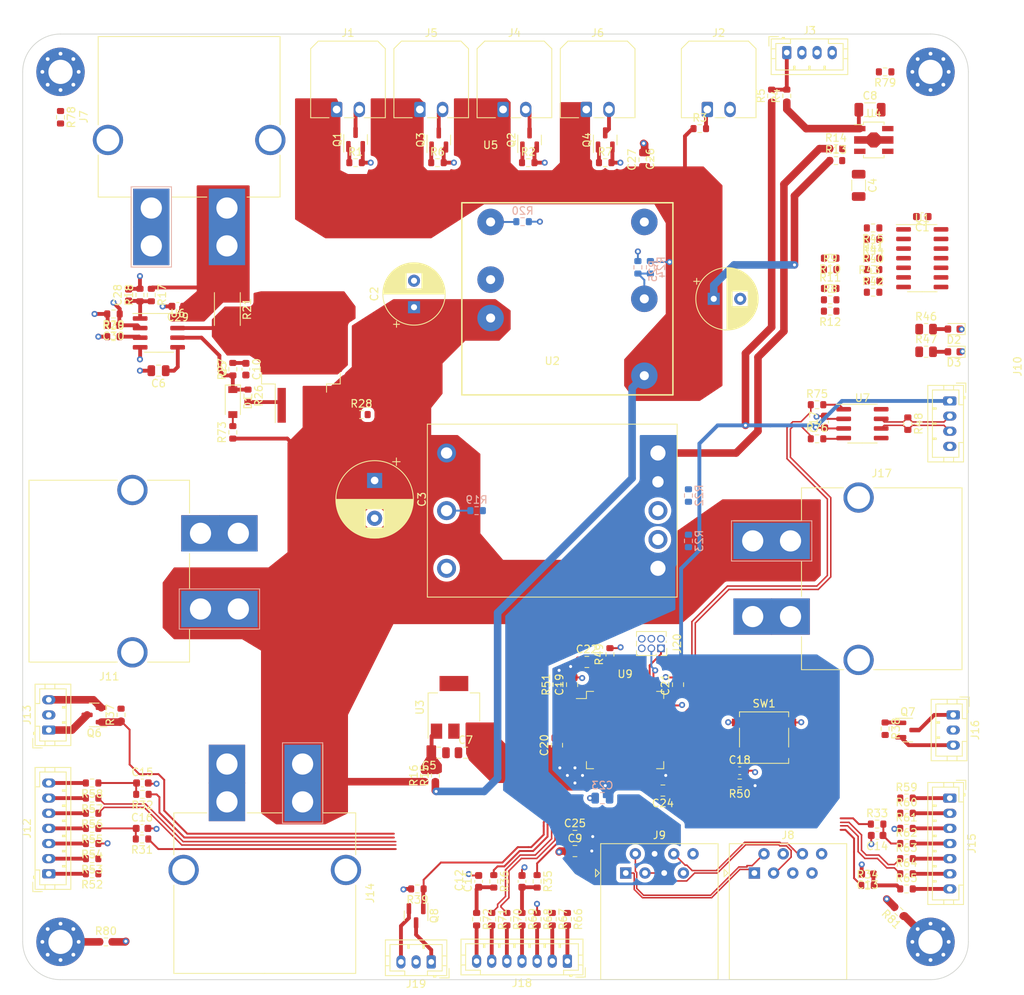
<source format=kicad_pcb>
(kicad_pcb (version 20211014) (generator pcbnew)
  (layers (0 "F.Cu" mixed) (1 "In1.Cu" power) (2 "In2.Cu" power) (31 "B.Cu" mixed) (34 "B.Paste" user) (35 "F.Paste" user) (36 "B.SilkS" user "B.Silkscreen") (37 "F.SilkS" user "F.Silkscreen") (38 "B.Mask" user) (39 "F.Mask" user) (44 "Edge.Cuts" user))
  (net 0 "")
  (net 1 "/BATT_RAW")
  (net 2 "GND")
  (net 3 "/BATT_PROT")
  (net 4 "Net-(J12-Pad1)")
  (net 5 "Net-(J12-Pad2)")
  (net 6 "Net-(J12-Pad3)")
  (net 7 "Net-(J12-Pad4)")
  (net 8 "Net-(J12-Pad5)")
  (net 9 "Net-(J12-Pad6)")
  (net 10 "Net-(J12-Pad7)")
  (net 11 "Net-(J15-Pad1)")
  (net 12 "Net-(J15-Pad2)")
  (net 13 "Net-(J15-Pad3)")
  (net 14 "Net-(J15-Pad4)")
  (net 15 "Net-(J15-Pad5)")
  (net 16 "Net-(J15-Pad6)")
  (net 17 "Net-(J15-Pad7)")
  (net 18 "Net-(J18-Pad1)")
  (net 19 "Net-(J18-Pad2)")
  (net 20 "Net-(J18-Pad3)")
  (net 21 "Net-(J18-Pad4)")
  (net 22 "Net-(J18-Pad5)")
  (net 23 "Net-(J18-Pad6)")
  (net 24 "Net-(J18-Pad7)")
  (net 25 "/LAMP1_ON")
  (net 26 "Net-(J1-Pad2)")
  (net 27 "/LAMP3_ON")
  (net 28 "Net-(C6-Pad1)")
  (net 29 "/LAMP2_ON")
  (net 30 "Net-(C10-Pad1)")
  (net 31 "/LAMP4_ON")
  (net 32 "/ESC3_ADC2")
  (net 33 "/ESC1_ON")
  (net 34 "/ESC1_SW2")
  (net 35 "/ESC1_SW1")
  (net 36 "/ESC2_ON")
  (net 37 "/ESC2_SW2")
  (net 38 "/ESC2_SW1")
  (net 39 "/ESC3_ON")
  (net 40 "/ESC3_SW2")
  (net 41 "/ESC3_SW1")
  (net 42 "+12V")
  (net 43 "Net-(C5-Pad2)")
  (net 44 "+3V3")
  (net 45 "+5V")
  (net 46 "Net-(C4-Pad1)")
  (net 48 "Net-(J4-Pad2)")
  (net 49 "/CAN_P")
  (net 50 "Net-(J5-Pad2)")
  (net 51 "Net-(R44-Pad1)")
  (net 52 "Net-(R45-Pad1)")
  (net 53 "Net-(R43-Pad2)")
  (net 54 "Net-(R42-Pad2)")
  (net 55 "Net-(R41-Pad2)")
  (net 56 "Net-(R40-Pad2)")
  (net 57 "/VBAT")
  (net 63 "/nRESET")
  (net 69 "/ESC2_ADC1_UNFILT")
  (net 70 "/ESC2_ADC2_UNFILT")
  (net 72 "/ESC1_ADC1_UNFILT")
  (net 73 "/ESC1_ADC2_UNFILT")
  (net 76 "/ESC3_ADC1_UNFILT")
  (net 77 "/ESC3_ADC2_UNFILT")
  (net 86 "/SWCLK")
  (net 87 "/SWDIO")
  (net 97 "Net-(R49-Pad1)")
  (net 100 "/ESC3_ADC1")
  (net 101 "/ESC2_ADC2")
  (net 102 "/ESC2_ADC1")
  (net 103 "/ESC1_ADC2")
  (net 104 "/ESC1_ADC1")
  (net 105 "Net-(D2-Pad2)")
  (net 106 "Net-(D3-Pad2)")
  (net 107 "/nESTOP1")
  (net 108 "Net-(J3-Pad1)")
  (net 109 "/ESTOP2")
  (net 110 "/nESTOP2")
  (net 111 "Net-(J6-Pad2)")
  (net 112 "Net-(R26-Pad2)")
  (net 118 "Net-(R75-Pad2)")
  (net 119 "Net-(R11-Pad2)")
  (net 120 "Net-(R10-Pad1)")
  (net 121 "+24V")
  (net 122 "/SYS_ON")
  (net 124 "Net-(R19-Pad2)")
  (net 125 "Net-(R20-Pad2)")
  (net 126 "Net-(R22-Pad1)")
  (net 127 "Net-(R24-Pad1)")
  (net 128 "Net-(D1-Pad1)")
  (net 129 "Net-(R28-Pad2)")
  (net 130 "/BATT_GOOD")
  (net 131 "/LED2")
  (net 132 "/LED1")
  (net 133 "/ESC1_5V")
  (net 134 "/ESC1_3V3")
  (net 135 "/ESC1_GND")
  (net 136 "/ESC2_5V")
  (net 137 "/ESC2_3V3")
  (net 138 "/ESC2_GND")
  (net 139 "/ESC3_5V")
  (net 140 "/ESC3_3V3")
  (net 141 "/ESC3_GND")
  (net 142 "Net-(D1-Pad2)")
  (net 143 "/RX_P")
  (net 144 "/RX_N")
  (net 145 "/TX_P")
  (net 148 "/TX_N")
  (net 151 "Net-(R76-Pad2)")
  (net 152 "Net-(U6-Pad7)")
  (net 153 "Net-(H1-Pad1)")
  (net 154 "Net-(H2-Pad1)")
  (net 155 "Net-(H3-Pad1)")
  (net 156 "Net-(H4-Pad1)")
  (net 159 "/CAN_N")
  (net 160 "/CAN+")
  (net 161 "/CAN-")
  (net 162 "/ESC1_P")
  (net 163 "/ESC1_N")
  (net 164 "/ESC2_P")
  (net 165 "/ESC2_N")
  (net 166 "/ESC3_P")
  (net 167 "/ESC3_N")
  (footprint "Resistor_SMD:R_0603_1608Metric" (layer "F.Cu") (at 55 61 -90)
    (fp_text reference "R78")
    (fp_text value "0")
  )
  (footprint "Resistor_SMD:R_0603_1608Metric" (layer "F.Cu") (at 156.735 85.129)
    (fp_text reference "R8")
    (fp_text value "1k")
  )
  (footprint "Resistor_SMD:R_0603_1608Metric" (layer "F.Cu") (at 155 103.5)
    (fp_text reference "R76")
    (fp_text value "0")
  )
  (footprint "Capacitor_SMD:C_0603_1608Metric" (layer "F.Cu") (at 79.5 94.3 -90)
    (fp_text reference "C10")
    (fp_text value "??nF")
  )
  (footprint "Connector_PinSocket_1.27mm:PinSocket_2x03_P1.27mm_Vertical" (layer "F.Cu") (at 134.371 131.201 -90)
    (fp_text reference "J20")
    (fp_text value "SWD")
  )
  (footprint "Connector_JST:JST_PH_B7B-PH-K_1x07_P2.00mm_Vertical" (layer "F.Cu") (at 122 172.55 180)
    (fp_text reference "J18")
    (fp_text value "ESC3_CTRL")
  )
  (footprint "Capacitor_SMD:C_0805_2012Metric" (layer "F.Cu") (at 122.625 136 90)
    (fp_text reference "C19")
    (fp_text value "0.1uF")
  )
  (footprint "Resistor_SMD:R_0603_1608Metric" (layer "F.Cu") (at 166.825 153)
    (fp_text reference "R60")
    (fp_text value "0")
  )
  (footprint "Resistor_SMD:R_0603_1608Metric" (layer "F.Cu") (at 164 141.825 -90)
    (fp_text reference "R38")
    (fp_text value "1k")
  )
  (footprint "Resistor_SMD:R_0603_1608Metric" (layer "F.Cu") (at 166.825 159)
    (fp_text reference "R63")
    (fp_text value "0")
  )
  (footprint "Capacitor_SMD:C_0805_2012Metric" (layer "F.Cu") (at 108.55 145)
    (fp_text reference "C7")
    (fp_text value "2.2uF")
  )
  (footprint "Package_TO_SOT_SMD:SOT-23" (layer "F.Cu") (at 117 64 90)
    (fp_text reference "Q2")
    (fp_text value "2N7002")
  )
  (footprint "Resistor_SMD:R_0603_1608Metric" (layer "F.Cu") (at 59.175 157 180)
    (fp_text reference "R54")
    (fp_text value "0")
  )
  (footprint "Capacitor_SMD:C_0805_2012Metric" (layer "F.Cu") (at 120.625 144 90)
    (fp_text reference "C20")
    (fp_text value "0.1uF")
  )
  (footprint "Package_TO_SOT_SMD:SOT-89-5" (layer "F.Cu") (at 162.5 64)
    (fp_text reference "U4")
    (fp_text value "MCP1804x-3302xMT")
  )
  (footprint "Connector_Molex:Molex_Micro-Fit_3.0_43650-0200_1x02_P3.00mm_Horizontal" (layer "F.Cu") (at 113.5 59.97)
    (fp_text reference "J4")
    (fp_text value "Lamp 3 Out")
  )
  (footprint "Resistor_SMD:R_0603_1608Metric" (layer "F.Cu") (at 156.735 81.129)
    (fp_text reference "R9")
    (fp_text value "1k")
  )
  (footprint "Resistor_SMD:R_0603_1608Metric" (layer "F.Cu") (at 122 167 -90)
    (fp_text reference "R66")
    (fp_text value "0")
  )
  (footprint "Capacitor_SMD:C_1206_3216Metric" (layer "F.Cu") (at 160.5 70 -90)
    (fp_text reference "C4")
    (fp_text value "1uF")
  )
  (footprint "Connector_Molex:Molex_Mini-Fit_Sr_42820-22XX_1x02_P10.00mm_Horizontal" (layer "F.Cu") (at 87 146.495 -90)
    (fp_text reference "J14")
    (fp_text value "ESC2_PWR")
  )
  (footprint "Capacitor_SMD:C_0805_2012Metric" (layer "F.Cu") (at 67.95 94.5 180)
    (fp_text reference "C6")
    (fp_text value "??nF")
  )
  (footprint "Package_QFP:LQFP-64_10x10mm_P0.5mm" (layer "F.Cu") (at 129.625 142)
    (fp_text reference "U9")
    (fp_text value "STM32F334R8Tx")
  )
  (footprint "Capacitor_SMD:C_0805_2012Metric" (layer "F.Cu") (at 123 156)
    (fp_text reference "C25")
    (fp_text value "4.7uF")
  )
  (footprint "Resistor_SMD:R_2512_6332Metric" (layer "F.Cu") (at 77.05 86.35 -90)
    (fp_text reference "R21")
    (fp_text value "1")
  )
  (footprint "Resistor_SMD:R_0603_1608Metric" (layer "F.Cu") (at 149 58.175 90)
    (fp_text reference "R5")
    (fp_text value "0")
  )
  (footprint "Package_TO_SOT_SMD:SOT-23" (layer "F.Cu") (at 59.45 140 180)
    (fp_text reference "Q6")
    (fp_text value "2N7002")
  )
  (footprint "Connector_JST:JST_PH_B3B-PH-K_1x03_P2.00mm_Vertical" (layer "F.Cu") (at 53.45 142 90)
    (fp_text reference "J13")
    (fp_text value "ESC1_SW")
  )
  (footprint "Resistor_SMD:R_0805_2012Metric" (layer "F.Cu") (at 169.4125 89)
    (fp_text reference "R46")
    (fp_text value "330")
  )
  (footprint "Capacitor_SMD:C_0603_1608Metric" (layer "F.Cu") (at 161.675 161.036 180)
    (fp_text reference "C13")
    (fp_text value "10nF")
  )
  (footprint "Resistor_SMD:R_0603_1608Metric" (layer "F.Cu") (at 157.5 65.151)
    (fp_text reference "R14")
    (fp_text value "0")
  )
  (footprint "Resistor_SMD:R_0603_1608Metric" (layer "F.Cu") (at 67 84.5 -90)
    (fp_text reference "R17")
    (fp_text value "???")
  )
  (footprint "Resistor_SMD:R_0603_1608Metric" (layer "F.Cu") (at 59.175 159 180)
    (fp_text reference "R53")
    (fp_text value "0")
  )
  (footprint "Resistor_SMD:R_0603_1608Metric" (layer "F.Cu") (at 162.41 82.629)
    (fp_text reference "R43")
    (fp_text value "0")
  )
  (footprint "Resistor_SMD:R_0603_1608Metric" (layer "F.Cu") (at 127.625 132 90)
    (fp_text reference "R49")
    (fp_text value "1k")
  )
  (footprint "Resistor_SMD:R_0603_1608Metric" (layer "F.Cu") (at 118 167 -90)
    (fp_text reference "R68")
    (fp_text value "0")
  )
  (footprint "Capacitor_THT:CP_Radial_D8.0mm_P3.50mm" (layer "F.Cu") (at 101.727 86.107651 90)
    (fp_text reference "C2")
    (fp_text value "33uF")
  )
  (footprint "Resistor_SMD:R_0603_1608Metric" (layer "F.Cu") (at 139.5 62.5)
    (fp_text reference "R3")
    (fp_text value "1k")
  )
  (footprint "Resistor_SMD:R_0603_1608Metric" (layer "F.Cu") (at 62 87 180)
    (fp_text reference "R29")
    (fp_text value "???")
  )
  (footprint "Capacitor_SMD:C_0805_2012Metric" (layer "F.Cu") (at 134.625 150 180)
    (fp_text reference "C24")
    (fp_text value "0.1uF")
  )
  (footprint "interstate_footprints:SHHD001A3B" (layer "F.Cu") (at 111.85 74.84)
    (fp_text reference "U5")
    (fp_text value "SHHD001A3B41Z")
  )
  (footprint "Connector_JST:JST_PH_B4B-PH-K_1x04_P2.00mm_Vertical" (layer "F.Cu") (at 151 52.45)
    (fp_text reference "J3")
    (fp_text value "ESTOP2")
  )
  (footprint "Resistor_SMD:R_0603_1608Metric" (layer "F.Cu") (at 165.825 166 135)
    (fp_text reference "R81")
    (fp_text value "0")
  )
  (footprint "Resistor_SMD:R_0603_1608Metric" (layer "F.Cu") (at 156.735 86.629 180)
    (fp_text reference "R12")
    (fp_text value "1k")
  )
  (footprint "Capacitor_SMD:C_0805_2012Metric" (layer "F.Cu") (at 136.625 136 90)
    (fp_text reference "C21")
    (fp_text value "0.1uF")
  )
  (footprint "Connector_Molex:Molex_Mini-Fit_Sr_42820-22XX_1x02_P10.00mm_Horizontal" (layer "F.Cu") (at 78.505 126 180)
    (fp_text reference "J11")
    (fp_text value "ESC1_PWR")
  )
  (footprint "Resistor_SMD:R_0603_1608Metric" (layer "F.Cu") (at 166.825 161)
    (fp_text reference "R64")
    (fp_text value "0")
  )
  (footprint "Capacitor_SMD:C_1206_3216Metric" (layer "F.Cu") (at 162 60)
    (fp_text reference "C8")
    (fp_text value "1uF")
  )
  (footprint "Resistor_SMD:R_0603_1608Metric" (layer "F.Cu") (at 162.41 84.129)
    (fp_text reference "R42")
    (fp_text value "0")
  )
  (footprint "Resistor_SMD:R_0603_1608Metric" (layer "F.Cu") (at 166.825 155)
    (fp_text reference "R61")
    (fp_text value "0")
  )
  (footprint "Capacitor_SMD:C_0805_2012Metric" (layer "F.Cu") (at 105 145 180)
    (fp_text reference "C5")
    (fp_text value "2.2uF")
  )
  (footprint "Resistor_SMD:R_0603_1608Metric" (layer "F.Cu") (at 116 167 -90)
    (fp_text reference "R69")
    (fp_text value "0")
  )
  (footprint "Connector_JST:JST_PH_B3B-PH-K_1x03_P2.00mm_Vertical" (layer "F.Cu") (at 104 172.65 180)
    (fp_text reference "J19")
    (fp_text value "ESC3_SW")
  )
  (footprint "Capacitor_THT:CP_Radial_D8.0mm_P3.50mm" (layer "F.Cu") (at 141.347349 85)
    (fp_text reference "C26")
    (fp_text value "33uF")
  )
  (footprint "Resistor_SMD:R_0603_1608Metric" (layer "F.Cu") (at 63 140 90)
    (fp_text reference "R37")
    (fp_text value "1k")
  )
  (footprint "Connector_JST:JST_PH_B3B-PH-K_1x03_P2.00mm_Vertical" (layer "F.Cu") (at 173 140 -90)
    (fp_text reference "J16")
    (fp_text value "ESC2_SW")
  )
  (footprint "Connector_RJ:RJ45_Amphenol_54602-x08_Horizontal" (layer "F.Cu") (at 129.7175 160.9)
    (fp_text reference "J9")
    (fp_text value "RJ45")
  )
  (footprint "MountingHole:MountingHole_3.2mm_M3_Pad_Via" (layer "F.Cu") (at 55 170)
    (fp_text reference "H3" hide)
    (fp_text value "M3")
  )
  (footprint "Resistor_SMD:R_0603_1608Metric" (layer "F.Cu") (at 59.175 161 180)
    (fp_text reference "R52")
    (fp_text value "0")
  )
  (footprint "Resistor_SMD:R_0603_1608Metric" (layer "F.Cu") (at 79.775 97.825 -90)
    (fp_text reference "R26")
    (fp_text value "10")
  )
  (footprint "Resistor_SMD:R_0603_1608Metric" (layer "F.Cu") (at 161.675 162.536)
    (fp_text reference "R34")
    (fp_text value "1k")
  )
  (footprint "Resistor_SMD:R_0603_1608Metric" (layer "F.Cu") (at 151 58.175 90)
    (fp_text reference "R4")
    (fp_text value "0")
  )
  (footprint "Resistor_SMD:R_0603_1608Metric" (layer "F.Cu") (at 94 67)
    (fp_text reference "R1")
    (fp_text value "1k")
  )
  (footprint "Connector_Molex:Molex_Micro-Fit_3.0_43650-0200_1x02_P3.00mm_Horizontal" (layer "F.Cu") (at 102.5 59.97)
    (fp_text reference "J5")
    (fp_text value "Lamp 2 Out")
  )
  (footprint "Resistor_SMD:R_0603_1608Metric" (layer "F.Cu") (at 166.825 163)
    (fp_text reference "R65")
    (fp_text value "0")
  )
  (footprint "Resistor_SMD:R_0603_1608Metric" (layer "F.Cu") (at 120.625 136 90)
    (fp_text reference "R51")
    (fp_text value "0")
  )
  (footprint "MountingHole:MountingHole_3.2mm_M3_Pad_Via" (layer "F.Cu") (at 55 55)
    (fp_text reference "H1" hide)
    (fp_text value "M3")
  )
  (footprint "Diode_SMD:D_SOD-123" (layer "F.Cu") (at 77.775 98.65 -90)
    (fp_text reference "D1")
    (fp_text value "PN")
  )
  (footprint "Resistor_SMD:R_0603_1608Metric" (layer "F.Cu") (at 59.175 153 180)
    (fp_text reference "R56")
    (fp_text value "0")
  )
  (footprint "Capacitor_THT:CP_Radial_D10.0mm_P5.00mm" (layer "F.Cu") (at 96.52 109.011323 -90)
    (fp_text reference "C3")
    (fp_text value "100uF")
  )
  (footprint "MountingHole:MountingHole_3.2mm_M3_Pad_Via" (layer "F.Cu") (at 170 55)
    (fp_text reference "H2" hide)
    (fp_text value "M3")
  )
  (footprint "Resistor_SMD:R_0603_1608Metric" (layer "F.Cu") (at 104.55 148 90)
    (fp_text reference "R15")
    (fp_text value "0")
  )
  (footprint "Resistor_SMD:R_0603_1608Metric" (layer "F.Cu") (at 116.825 67)
    (fp_text reference "R2")
    (fp_text value "1k")
  )
  (footprint "Capacitor_SMD:C_0603_1608Metric" (layer "F.Cu") (at 116 162 90)
    (fp_text reference "C12")
    (fp_text value "10nF")
  )
  (footprint "Resistor_SMD:R_0603_1608Metric" (layer "F.Cu") (at 166.825 157)
    (fp_text reference "R62")
    (fp_text value "0")
  )
  (footprint "Resistor_SMD:R_0603_1608Metric" (layer "F.Cu") (at 65.5 84.5 90)
    (fp_text reference "R18")
    (fp_text value "???")
  )
  (footprint "Package_TO_SOT_SMD:SOT-23" (layer "F.Cu") (at 102 166.55 -90)
    (fp_text reference "Q8")
    (fp_text value "2N7002")
  )
  (footprint "Resistor_SMD:R_0603_1608Metric" (layer "F.Cu") (at 94.775 100.3)
    (fp_text reference "R28")
    (fp_text value "???")
  )
  (footprint "Capacitor_SMD:C_0603_1608Metric" (layer "F.Cu") (at 168.91 74.129 180)
    (fp_text reference "C1")
    (fp_text value "10nF")
  )
  (footprint "Package_TO_SOT_SMD:SOT-223" (layer "F.Cu") (at 107 139 90)
    (fp_text reference "U3")
    (fp_text value "MCP1792T")
  )
  (footprint "Capacitor_SMD:C_0805_2012Metric" (layer "F.Cu") (at 123 158)
    (fp_text reference "C9")
    (fp_text value "4.7uF")
  )
  (footprint "Package_SO:SOIC-14_3.9x8.7mm_P1.27mm" (layer "F.Cu") (at 168.91 79.629)
    (fp_text reference "U1")
    (fp_text value "LM339")
  )
  (footprint "Connector_Molex:Molex_Micro-Fit_3.0_43650-0200_1x02_P3.00mm_Horizontal" (layer "F.Cu") (at 140.5 59.97)
    (fp_text reference "J2")
    (fp_text value "ESTOP1")
  )
  (footprint "MountingHole:MountingHole_3.2mm_M3_Pad_Via" (layer "F.Cu") (at 170 170)
    (fp_text reference "H4" hide)
    (fp_text value "M3")
  )
  (footprint "Capacitor_SMD:C_0603_1608Metric" (layer "F.Cu") (at 144.78 147.378)
    (fp_text reference "C18")
    (fp_text value "10nF")
  )
  (footprint "Button_Switch_SMD:SW_SPST_B3SL-1022P" (layer "F.Cu") (at 148 143)
    (fp_text reference "SW1")
    (fp_text value "RST")
  )
  (footprint "Resistor_SMD:R_0603_1608Metric" (layer "F.Cu") (at 164 55 180)
    (fp_text reference "R79")
    (fp_text value "0")
  )
  (footprint "Capacitor_SMD:C_0805_2012Metric" (layer "F.Cu") (at 132.207 66.609 90)
    (fp_text reference "C27")
    (fp_text value "0.1uF")
  )
  (footprint "Connector_Molex:Molex_Mini-Fit_Sr_42820-22XX_1x02_P10.00mm_Horizontal" (layer "F.Cu") (at 67 78 90)
    (fp_text reference "J7")
    (fp_text value "Conn_01x02")
  )
  (footprint "LED_SMD:LED_0603_1608Metric" (layer "F.Cu") (at 173.0875 92 180)
    (fp_text reference "D3")
    (fp_text value "RED")
  )
  (footprint "Resistor_SMD:R_0603_1608Metric" (layer "F.Cu") (at 103.124 148 90)
    (fp_text reference "R16")
    (fp_text value "0")
  )
  (footprint "interstate_footprints:VCB4824SB0-30WR3" (layer "F.Cu") (at 120 113)
    (fp_text reference "U2")
    (fp_text value "VCB4824SBO")
  )
  (footprint "Resistor_SMD:R_0603_1608Metric" (layer "F.Cu") (at 156.735 83.629)
    (fp_text reference "R11")
    (fp_text value "1k")
  )
  (footprint "Connector_JST:JST_PH_B4B-PH-K_1x04_P2.00mm_Vertical" (layer "F.Cu") (at 172.55 98.5 -90)
    (fp_text reference "J10")
    (fp_text value "CAN")
  )
  (footprint "Package_SO:SOIC-8_3.9x4.9mm_P1.27mm" (layer "F.Cu") (at 161 101.5)
    (fp_text reference "U7")
    (fp_text value "SN65HVD232")
  )
  (footprint "Capacitor_SMD:C_0603_1608Metric" (layer "F.Cu") (at 65.825 149)
    (fp_text reference "C15")
    (fp_text value "10nF")
  )
  (footprint "Capacitor_SMD:C_0805_2012Metric" (layer "F.Cu") (at 124.575 133)
    (fp_text reference "C22")
    (fp_text value "0.1uF")
  )
  (footprint "Resistor_SMD:R_0603_1608Metric" (layer "F.Cu") (at 127 67)
    (fp_text reference "R7")
    (fp_text value "1k")
  )
  (footprint "Resistor_SMD:R_0603_1608Metric" (layer "F.Cu") (at 162.41 81.129)
    (fp_text reference "R40")
    (fp_text value "0")
  )
  (footprint "Resistor_SMD:R_0603_1608Metric" (layer "F.Cu") (at 61 170)
    (fp_text reference "R80")
    (fp_text value "0")
  )
  (footprint "Resistor_SMD:R_0603_1608Metric" (layer "F.Cu") (at 114 167 -90)
    (fp_text reference "R70")
    (fp_text value "0")
  )
  (footprint "Resistor_SMD:R_0603_1608Metric" (layer "F.Cu") (at 162.41 77.129 180)
    (fp_text reference "R44")
    (fp_text value "0")
  )
  (footprint "Resistor_SMD:R_0603_1608Metric" (layer "F.Cu") (at 110 167 -90)
    (fp_text reference "R72")
    (fp_text value "0")
  )
  (footprint "Resistor_SMD:R_0805_2012Metric" (layer "F.Cu") (at 169.4125 92)
    (fp_text reference "R47")
    (fp_text value "330")
  )
  (footprint "Resistor_SMD:R_0603_1608Metric" (layer "F.Cu") (at 59.175 151 180)
    (fp_text reference "R57")
    (fp_text value "0")
  )
  (footprint "Resistor_SMD:R_0603_1608Metric" (layer "F.Cu") (at 59.175 149 180)
    (fp_text reference "R58")
    (fp_text value "0")
  )
  (footprint "Connector_RJ:RJ45_Amphenol_54602-x08_Horizontal" (layer "F.Cu") (at 146.7175 160.9)
    (fp_text reference "J8")
    (fp_text value "RJ45")
  )
  (footprint "Resistor_SMD:R_0603_1608Metric" (layer "F.Cu") (at 162.41 79.629)
    (fp_text reference "R41")
    (fp_text value "0")
  )
  (footprint "Capacitor_SMD:C_0603_1608Metric" (layer "F.Cu") (at 162.941 155.932 180)
    (fp_text reference "C14")
    (fp_text value "10nF")
  )
  (footprint "Resistor_SMD:R_0603_1608Metric" (layer "F.Cu") (at 104.825 67)
    (fp_text reference "R6")
    (fp_text value "1k")
  )
  (footprint "Resistor_SMD:R_0603_1608Metric" (layer "F.Cu") (at 112 167 -90)
    (fp_text reference "R71")
    (fp_text value "0")
  )
  (footprint "Capacitor_SMD:C_0603_1608Metric" (layer "F.Cu") (at 64 84.5 90)
    (fp_text reference "C28")
    (fp_text value "10nF")
  )
  (footprint "Capacitor_SMD:C_0603_1608Metric" (layer "F.Cu") (at 70.5 86 180)
    (fp_text reference "C29")
    (fp_text value "10nF")
  )
  (footprint "Package_TO_SOT_SMD:SOT-23" (layer "F.Cu") (at 127 64 90)
    (fp_text reference "Q4")
    (fp_text value "2N7002")
  )
  (footprint "Resistor_SMD:R_0603_1608Metric" (layer "F.Cu") (at 77.775 102.65 90)
    (fp_text reference "R73")
    (fp_text value "1k")
  )
  (footprint "Package_TO_SOT_SMD:TO-263-2" (layer "F.Cu") (at 86.775 93.3 90)
    (fp_text reference "Q5")
    (fp_text value "Q_NMOS_GDS")
  )
  (footprint "Package_TO_SOT_SMD:SOT-23" (layer "F.Cu") (at 105 64 90)
    (fp_text reference "Q3")
    (fp_text value "2N7002")
  )
  (footprint "Resistor_SMD:R_0603_1608Metric" (layer "F.Cu") (at 62 90)
    (fp_text reference "R30")
    (fp_text value "1k")
  )
  (footprint "Connector_JST:JST_PH_B7B-PH-K_1x07_P2.00mm_Vertical" (layer "F.Cu") (at 172.55 151 -90)
    (fp_text reference "J15")
    (fp_text value "ESC2_CTRL")
  )
  (footprint "Resistor_SMD:R_0603_1608Metric" (layer "F.Cu") (at 156.735 79.629 180)
    (fp_text reference "R10")
    (fp_text value "1k")
  )
  (footprint "Resistor_SMD:R_0603_1608Metric" (layer "F.Cu") (at 102.175 163 180)
    (fp_text reference "R39")
    (fp_text value "1k")
  )
  (footprint "Resistor_SMD:R_0603_1608Metric" (layer "F.Cu") (at 144.78 149 180)
    (fp_text reference "R50")
    (fp_text value "1k")
  )
  (footprint "Capacitor_SMD:C_0603_1608Metric" (layer "F.Cu") (at 156 101.275 90)
    (fp_text reference "C17")
    (fp_text value "10nF")
  )
  (footprint "Capacitor_SMD:C_0603_1608Metric" (layer "F.Cu") (at 65.775 155)
    (fp_text reference "C16")
    (fp_text value "10nF")
  )
  (footprint "Resistor_SMD:R_0603_1608Metric" (layer "F.Cu") (at 120 167 -90)
    (fp_text reference "R67")
    (fp_text value "0")
  )
  (footprint "Resistor_SMD:R_0603_1608Metric" (layer "F.Cu") (at 65.825 150.5 180)
    (fp_text reference "R32")
    (fp_text value "1k")
  )
  (footprint "Resistor_SMD:R_0603_1608Metric" (layer "F.Cu") (at 157.5 66.731)
    (fp_text reference "R13")
    (fp_text value "0")
  )
  (footprint "Resistor_SMD:R_0603_1608Metric" (layer "F.Cu") (at 155 99)
    (fp_text reference "R75")
    (fp_text value "0")
  )
  (footprint "Package_TO_SOT_SMD:SOT-23" (layer "F.Cu") (at 167 142)
    (fp_text reference "Q7")
    (fp_text value "2N7002")
  )
  (footprint "Resistor_SMD:R_0603_1608Metric" (layer "F.Cu") (at 167 101.5 -90)
    (fp_text reference "R48")
    (fp_text value "120")
  )
  (footprint "Connector_Molex:Molex_Mini-Fit_Sr_42820-22XX_1x02_P10.00mm_Horizontal" (layer "F.Cu") (at 146.495 117)
    (fp_text reference "J17")
    (fp_text value "ESC3_PWR")
  )
  (footprint "Package_SO:SOIC-8_3.9x4.9mm_P1.27mm" (layer "F.Cu") (at 68 89.5)
    (fp_text reference "U6")
    (fp_text value "LT1641-1")
  )
  (footprint "Connector_Molex:Molex_Micro-Fit_3.0_43650-0200_1x02_P3.00mm_Horizontal" (layer "F.Cu") (at 124.5 59.97)
    (fp_text reference "J6")
    (fp_text value "Lamp 4 Out")
  )
  (footprint "LED_SMD:LED_0603_1608Metric" (layer "F.Cu") (at 173.0875 89 180)
    (fp_text reference "D2")
    (fp_text value "RED")
  )
  (footprint "Package_TO_SOT_SMD:SOT-23" (layer "F.Cu") (at 94 63.9375 90)
    (fp_text reference "Q1")
    (fp_text value "2N7002")
  )
  (footprint "Resistor_SMD:R_0603_1608Metric" (layer "F.Cu") (at 112.268 162 -90)
    (fp_text reference "R36")
    (fp_text value "1k")
  )
  (footprint "Resistor_SMD:R_0603_1608Metric" (layer "F.Cu") (at 77.775 94.3 90)
    (fp_text reference "R27")
    (fp_text value "???")
  )
  (footprint "Resistor_SMD:R_0603_1608Metric" (layer "F.Cu") (at 118 162 -90)
    (fp_text reference "R35")
    (fp_text value "1k")
  )
  (footprint "Capacitor_SMD:C_0603_1608Metric" (layer "F.Cu") (at 62 88.5 180)
    (fp_text reference "C30")
    (fp_text value "10nF")
  )
  (footprint "Resistor_SMD:R_0603_1608Metric" (layer "F.Cu") (at 166.825 151)
    (fp_text reference "R59")
    (fp_text value "0")
  )
  (footprint "Capacitor_SMD:C_0603_1608Metric" (layer "F.Cu") (at 110.268 162 90)
    (fp_text reference "C11")
    (fp_text value "10nF")
  )
  (footprint "Resistor_SMD:R_0603_1608Metric" (layer "F.Cu") (at 65.775 156.4 180)
    (fp_text reference "R31")
    (fp_text value "1k")
  )
  (footprint "Resistor_SMD:R_0603_1608Metric" (layer "F.Cu") (at 59.175 155 180)
    (fp_text reference "R55")
    (fp_text value "0")
  )
  (footprint "Resistor_SMD:R_0603_1608Metric" (layer "F.Cu") (at 162.41 75.629 180)
    (fp_text reference "R45")
    (fp_text value "0")
  )
  (footprint "Resistor_SMD:R_0603_1608Metric" (layer "F.Cu") (at 162.941 154.432)
    (fp_text reference "R33")
    (fp_text value "1k")
  )
  (footprint "Connector_Molex:Molex_Micro-Fit_3.0_43650-0200_1x02_P3.00mm_Horizontal" (layer "F.Cu") (at 91.5 59.97)
    (fp_text reference "J1")
    (fp_text value "Lamp 1 Out")
  )
  (footprint "Connector_JST:JST_PH_B7B-PH-K_1x07_P2.00mm_Vertical" (layer "F.Cu") (at 53.45 161 90)
    (fp_text reference "J12")
    (fp_text value "ESC1_CTRL")
  )
  (footprint "Resistor_SMD:R_0603_1608Metric" (layer "B.Cu") (at 131.318 80.835 -90)
    (fp_text reference "R25")
    (fp_text value "10k")
  )
  (footprint "Capacitor_SMD:C_0805_2012Metric" (layer "B.Cu") (at 126.625 151 180)
    (fp_text reference "C23")
    (fp_text value "0.1uF")
  )
  (footprint "Resistor_SMD:R_0603_1608Metric" (layer "B.Cu") (at 116.078 74.803 180)
    (fp_text reference "R20")
    (fp_text value "0")
  )
  (footprint "Resistor_SMD:R_0603_1608Metric" (layer "B.Cu") (at 110 113 180)
    (fp_text reference "R19")
    (fp_text value "0")
  )
  (footprint "Resistor_SMD:R_0603_1608Metric" (layer "B.Cu") (at 132.969 80.835 90)
    (fp_text reference "R24")
    (fp_text value "10k")
  )
  (footprint "Resistor_SMD:R_0603_1608Metric" (layer "B.Cu") (at 138 117 90)
    (fp_text reference "R23")
    (fp_text value "10k")
  )
  (footprint "Resistor_SMD:R_0603_1608Metric" (layer "B.Cu") (at 138 111 90)
    (fp_text reference "R22")
    (fp_text value "10k")
  )
  (gr_line (start 175 55) (end 175 170) (layer "Edge.Cuts") (width 0.1))
  (gr_line (start 50 55) (end 50 170) (layer "Edge.Cuts") (width 0.1))
  (gr_arc (start 50 55) (mid 51.464466 51.464466) (end 55 50) (layer "Edge.Cuts") (width 0.1))
  (gr_arc (start 175 170) (mid 173.535534 173.535534) (end 170 175) (layer "Edge.Cuts") (width 0.1))
  (gr_line (start 170 175) (end 55 175) (layer "Edge.Cuts") (width 0.1))
  (gr_arc (start 170 50) (mid 173.535534 51.464466) (end 175 55) (layer "Edge.Cuts") (width 0.1))
  (gr_line (start 55 50) (end 170 50) (layer "Edge.Cuts") (width 0.1))
  (gr_arc (start 55 175) (mid 51.464466 173.535534) (end 50 170) (layer "Edge.Cuts") (width 0.1))
  (segment (start 67 83.675) (end 67.175 83.5) (width 0.508) (layer "F.Cu") (net 1))
  (segment (start 67.175 83.5) (end 73.5 83.5) (width 0.508) (layer "F.Cu") (net 1))
  (segment (start 69.725 86) (end 68.5 86) (width 0.508) (layer "F.Cu") (net 2))
  (segment (start 133.675 150) (end 132.875 149.2) (width 0.254) (layer "F.Cu") (net 2))
  (segment (start 165.241637 165.368637) (end 164.211 164.338) (width 1) (layer "F.Cu") (net 2))
  (segment (start 65.525 92.975) (end 65.5 93) (width 0.508) (layer "F.Cu") (net 2))
  (segment (start 136.625 135.05) (end 135.05 135.05) (width 0.254) (layer "F.Cu") (net 2))
  (segment (start 100.398 163) (end 100.33 163.068) (width 0.508) (layer "F.Cu") (net 2))
  (segment (start 105.65 67) (end 105.65 65.2375) (width 0.508) (layer "F.Cu") (net 2))
  (segment (start 150.88 141) (end 152.878 141) (width 0.254) (layer "F.Cu") (net 2))
  (segment (start 94.95 66.875) (end 94.825 67) (width 0.508) (layer "F.Cu") (net 2))
  (segment (start 123.874 135.05) (end 123.952 135.128) (width 0.254) (layer "F.Cu") (net 2))
  (segment (start 156.365 100.865) (end 156 100.5) (width 0.254) (layer "F.Cu") (net 2))
  (segment (start 63.553 170) (end 63.627 169.926) (width 1) (layer "F.Cu") (net 2))
  (segment (start 66.802 149.098) (end 67.691 149.098) (width 0.254) (layer "F.Cu") (net 2))
  (segment (start 125.525 133) (end 126.375 133.85) (width 0.254) (layer "F.Cu") (net 2))
  (segment (start 145.555 147.378) (end 146.616 147.378) (width 0.254) (layer "F.Cu") (net 2))
  (segment (start 61.225 88.5) (end 61.225 87.05) (width 0.508) (layer "F.Cu") (net 2))
  (segment (start 156 100.5) (end 155.024 100.5) (width 0.254) (layer "F.Cu") (net 2))
  (segment (start 160.9 161.036) (end 160.9 159.775) (width 0.508) (layer "F.Cu") (net 2))
  (segment (start 66.704 149) (end 66.802 149.098) (width 0.254) (layer "F.Cu") (net 2))
  (segment (start 66.6 149) (end 66.704 149) (width 0.254) (layer "F.Cu") (net 2))
  (segment (start 127.625 131.175) (end 128.921 131.175) (width 0.254) (layer "F.Cu") (net 2))
  (segment (start 132.875 149.2) (end 132.875 147.675) (width 0.254) (layer "F.Cu") (net 2))
  (segment (start 127.95 64.9375) (end 127.95 66.875) (width 0.508) (layer "F.Cu") (net 2))
  (segment (start 127.95 66.875) (end 127.825 67) (width 0.508) (layer "F.Cu") (net 2))
  (segment (start 61.175 87) (end 59.5 87) (width 0.508) (layer "F.Cu") (net 2))
  (segment (start 65.5 83.675) (end 64.05 83.675) (width 0.508) (layer "F.Cu") (net 2))
  (segment (start 109.155 161.225) (end 108.966 161.036) (width 0.254) (layer "F.Cu") (net 2))
  (segment (start 65.525 91.405) (end 65.525 92.975) (width 0.508) (layer "F.Cu") (net 2))
  (segment (start 145.12 141) (end 143.286 141) (width 0.254) (layer "F.Cu") (net 2))
  (segment (start 116 160.479) (end 116.332 160.147) (width 0.254) (layer "F.Cu") (net 2))
  (segment (start 61.825 170) (end 63.553 170) (width 1) (layer "F.Cu") (net 2))
  (segment (start 135.3 138.75) (end 137.094 138.75) (width 0.254) (layer "F.Cu") (net 2))
  (segment (start 160.9 159.775) (end 160.909 159.766) (width 0.508) (layer "F.Cu") (net 2))
  (segment (start 162.166 155.932) (end 162.166 157.077) (width 0.254) (layer "F.Cu") (net 2))
  (segment (start 122.05 158) (end 121.019 158) (width 1) (layer "F.Cu") (net 2))
  (segment (start 110.268 161.225) (end 109.155 161.225) (width 0.254) (layer "F.Cu") (net 2))
  (segment (start 146.616 147.378) (end 146.812 147.574) (width 0.254) (layer "F.Cu") (net 2))
  (segment (start 173.875 92) (end 174.192 92) (width 0.508) (layer "F.Cu") (net 2))
  (segment (start 66.55 155) (end 67.624 155) (width 0.254) (layer "F.Cu") (net 2))
  (segment (start 116 161.225) (end 116 160.479) (width 0.254) (layer "F.Cu") (net 2))
  (segment (start 117.65 67) (end 117.65 65.2375) (width 0.508) (layer "F.Cu") (net 2))
  (segment (start 135.05 135.05) (end 135 135) (width 0.254) (layer "F.Cu") (net 2))
  (segment (start 143.286 141) (end 143.256 140.97) (width 0.254) (layer "F.Cu") (net 2))
  (segment (start 64.05 83.675) (end 64 83.725) (width 0.508) (layer "F.Cu") (net 2))
  (segment (start 94.95 64.875) (end 94.95 66.875) (width 0.508) (layer "F.Cu") (net 2))
  (segment (start 67.624 155) (end 67.691 155.067) (width 0.254) (layer "F.Cu") (net 2))
  (segment (start 121.019 158) (end 120.904 158.115) (width 1) (layer "F.Cu") (net 2))
  (segment (start 117.65 65.2375) (end 117.95 64.9375) (width 0.508) (layer "F.Cu") (net 2))
  (segment (start 61.225 87.05) (end 61.175 87) (width 0.508) (layer "F.Cu") (net 2))
  (segment (start 137.094 138.75) (end 137.16 138.684) (width 0.254) (layer "F.Cu") (net 2))
  (segment (start 105.65 67) (end 107 67) (width 0.508) (layer "F.Cu") (net 2))
  (segment (start 132.207 65.659) (end 132.207 64.581) (width 1) (layer "F.Cu") (net 2))
  (segment (start 117.65 67) (end 119 67) (width 0.508) (layer "F.Cu") (net 2))
  (segment (start 132.207 64.581) (end 132.074 64.448) (width 1) (layer "F.Cu") (net 2))
  (segment (start 121.325 143.75) (end 123.95 143.75) (width 0.254) (layer "F.Cu") (net 2))
  (segment (start 67 94.5) (end 65.5 94.5) (width 0.508) (layer "F.Cu") (net 2))
  (segment (start 162.166 157.077) (end 162.175 157.086) (width 0.254) (layer "F.Cu") (net 2))
  (segment (start 126.375 133.85) (end 126.375 136.325) (width 0.254) (layer "F.Cu") (net 2))
  (segment (start 165.241637 165.416637) (end 165.241637 165.368637) (width 1) (layer "F.Cu") (net 2))
  (segment (start 94.825 67) (end 96 67) (width 0.508) (layer "F.Cu") (net 2))
  (segment (start 158.525 100.865) (end 156.365 100.865) (width 0.254) (layer "F.Cu") (net 2))
  (segment (start 128.921 131.175) (end 129.032 131.064) (width 0.254) (layer "F.Cu") (net 2))
  (segment (start 122.625 135.05) (end 123.874 135.05) (width 0.254) (layer "F.Cu") (net 2))
  (segment (start 122.05 156) (end 122.05 158) (width 1) (layer "F.Cu") (net 2))
  (segment (start 120.625 143.05) (end 121.325 143.75) (width 0.254) (layer "F.Cu") (net 2))
  (segment (start 174.09 89) (end 174.117 89.027) (width 0.508) (layer "F.Cu") (net 2))
  (segment (start 65.5 83.675) (end 65.5 82) (width 0.508) (layer "F.Cu") (net 2))
  (segment (start 152.878 141) (end 152.908 140.97) (width 0.254) (layer "F.Cu") (net 2))
  (segment (start 127.825 67) (end 129 67) (width 0.508) (layer "F.Cu") (net 2))
  (segment (start 155.024 100.5) (end 154.94 100.584) (width 0.254) (layer "F.Cu") (net 2))
  (segment (start 105.65 65.2375) (end 105.95 64.9375) (width 0.508) (layer "F.Cu") (net 2))
  (segment (start 174.192 92) (end 174.244 91.948) (width 0.508) (layer "F.Cu") (net 2))
  (segment (start 101.35 163) (end 100.398 163) (width 0.508) (layer "F.Cu") (net 2))
  (segment (start 173.875 89) (end 174.09 89) (width 0.508) (layer "F.Cu") (net 2))
  (via (at 119 67) (size 0.8) (drill 0.4) (layers "F.Cu" "B.Cu") (net 2))
  (via (at 67.691 149.098) (size 0.8) (drill 0.4) (layers "F.Cu" "B.Cu") (net 2))
  (via (at 131.318 78.74) (size 0.8) (drill 0.4) (layers "F.Cu" "B.Cu") (net 2))
  (via (at 146.812 147.574) (size 0.8) (drill 0.4) (layers "F.Cu" "B.Cu") (net 2))
  (via (at 59.5 87) (size 0.8) (drill 0.4) (layers "F.Cu" "B.Cu") (net 2))
  (via (at 143.256 140.97) (size 0.8) (drill 0.4) (layers "F.Cu" "B.Cu") (net 2))
  (via (at 174.117 89.027) (size 0.8) (drill 0.4) (layers "F.Cu" "B.Cu") (net 2))
  (via (at 65.5 93) (size 0.8) (drill 0.4) (layers "F.Cu" "B.Cu") (net 2))
  (via (at 154.94 100.584) (size 0.8) (drill 0.4) (layers "F.Cu" "B.Cu") (net 2))
  (via (at 63.627 169.926) (size 0.8) (drill 0.4) (layers "F.Cu" "B.Cu") (net 2))
  (via (at 162.175 157.086) (size 0.8) (drill 0.4) (layers "F.Cu" "B.Cu") (net 2))
  (via (at 67.691 155.067) (size 0.8) (drill 0.4) (layers "F.Cu" "B.Cu") (net 2))
  (via (at 174.244 91.948) (size 0.8) (drill 0.4) (layers "F.Cu" "B.Cu") (net 2))
  (via (at 100.33 163.068) (size 0.8) (drill 0.4) (layers "F.Cu" "B.Cu") (net 2))
  (via (at 160.909 159.766) (size 0.8) (drill 0.4) (layers "F.Cu" "B.Cu") (net 2))
  (via (at 137.16 138.684) (size 0.8) (drill 0.4) (layers "F.Cu" "B.Cu") (net 2))
  (via (at 132.074 64.448) (size 0.8) (drill 0.4) (layers "F.Cu" "B.Cu") (net 2))
  (via (at 65.5 94.5) (size 0.8) (drill 0.4) (layers "F.Cu" "B.Cu") (net 2))
  (via (at 129.032 131.064) (size 0.8) (drill 0.4) (layers "F.Cu" "B.Cu") (net 2))
  (via (at 65.5 82) (size 0.8) (drill 0.4) (layers "F.Cu" "B.Cu") (net 2))
  (via (at 152.908 140.97) (size 0.8) (drill 0.4) (layers "F.Cu" "B.Cu") (net 2))
  (via (at 125 151) (size 0.8) (drill 0.4) (layers "F.Cu" "B.Cu") (net 2))
  (via (at 68.5 86) (size 0.8) (drill 0.4) (layers "F.Cu" "B.Cu") (net 2))
  (via (at 108.966 161.036) (size 0.8) (drill 0.4) (layers "F.Cu" "B.Cu") (net 2))
  (via (at 129 67) (size 0.8) (drill 0.4) (layers "F.Cu" "B.Cu") (net 2))
  (via (at 116.332 160.147) (size 0.8) (drill 0.4) (layers "F.Cu" "B.Cu") (net 2))
  (via (at 107 67) (size 0.8) (drill 0.4) (layers "F.Cu" "B.Cu") (net 2))
  (via (at 123.952 135.128) (size 0.8) (drill 0.4) (layers "F.Cu" "B.Cu") (net 2))
  (via (at 164.211 164.338) (size 0.8) (drill 0.4) (layers "F.Cu" "B.Cu") (net 2))
  (via (at 96 67) (size 0.8) (drill 0.4) (layers "F.Cu" "B.Cu") (net 2))
  (via (at 120.904 158.115) (size 0.8) (drill 0.4) (layers "F.Cu" "B.Cu") (net 2))
  (via (at 135 135) (size 0.8) (drill 0.4) (layers "F.Cu" "B.Cu") (net 2))
  (via (at 118.364 74.803) (size 0.8) (drill 0.4) (layers "F.Cu" "B.Cu") (net 2))
  (segment (start 131.318 80.01) (end 131.318 78.994) (width 0.254) (layer "B.Cu") (net 2))
  (segment (start 116.903 74.803) (end 118.364 74.803) (width 0.254) (layer "B.Cu") (net 2))
  (segment (start 131.318 78.994) (end 131.318 78.74) (width 0.254) (layer "B.Cu") (net 2))
  (segment (start 125.675 151) (end 125 151) (width 0.254) (layer "B.Cu") (net 2))
  (segment (start 84.975 103.475) (end 85.5 104) (width 0.508) (layer "F.Cu") (net 3))
  (segment (start 91.929 148.825) (end 91.821 148.717) (width 1) (layer "F.Cu") (net 3))
  (segment (start 77.775 103.475) (end 84.975 103.475) (width 0.508) (layer "F.Cu") (net 3))
  (segment (start 103.124 148.825) (end 91.929 148.825) (width 1) (layer "F.Cu") (net 3))
  (segment (start 58.35 161) (end 53.45 161) (width 0.508) (layer "F.Cu") (net 4))
  (segment (start 58.35 159) (end 53.45 159) (width 0.508) (layer "F.Cu") (net 5))
  (segment (start 58.35 157) (end 53.45 157) (width 0.508) (layer "F.Cu") (net 6))
  (segment (start 58.35 155) (end 53.45 155) (width 0.508) (layer "F.Cu") (net 7))
  (segment (start 58.35 153) (end 53.45 153) (width 0.508) (layer "F.Cu") (net 8))
  (segment (start 58.35 151) (end 53.45 151) (width 0.508) (layer "F.Cu") (net 9))
  (segment (start 58.35 149) (end 53.45 149) (width 0.508) (layer "F.Cu") (net 10))
  (segment (start 167.65 151) (end 172.55 151) (width 0.508) (layer "F.Cu") (net 11))
  (segment (start 167.65 153) (end 172.55 153) (width 0.508) (layer "F.Cu") (net 12))
  (segment (start 167.65 155) (end 172.55 155) (width 0.508) (layer "F.Cu") (net 13))
  (segment (start 172.55 157) (end 167.65 157) (width 0.508) (layer "F.Cu") (net 14))
  (segment (start 167.65 159) (end 172.55 159) (width 0.508) (layer "F.Cu") (net 15))
  (segment (start 167.65 161) (end 172.55 161) (width 0.508) (layer "F.Cu") (net 16))
  (segment (start 167.65 163) (end 172.55 163) (width 0.508) (layer "F.Cu") (net 17))
  (segment (start 122 167.825) (end 122 172.55) (width 0.508) (layer "F.Cu") (net 18))
  (segment (start 120 172.55) (end 120 167.825) (width 0.508) (layer "F.Cu") (net 19))
  (segment (start 118 172.55) (end 118 167.825) (width 0.508) (layer "F.Cu") (net 20))
  (segment (start 116 172.55) (end 116 167.825) (width 0.508) (layer "F.Cu") (net 21))
  (segment (start 114 172.55) (end 114 167.825) (width 0.508) (layer "F.Cu") (net 22))
  (segment (start 112 167.825) (end 112 172.55) (width 0.508) (layer "F.Cu") (net 23))
  (segment (start 110 172.55) (end 110 167.825) (width 0.508) (layer "F.Cu") (net 24))
  (segment (start 93.175 65) (end 93.05 64.875) (width 0.508) (layer "F.Cu") (net 25))
  (segment (start 93.175 67) (end 93.175 65) (width 0.508) (layer "F.Cu") (net 25))
  (segment (start 94 60.47) (end 94.5 59.97) (width 0.508) (layer "F.Cu") (net 26))
  (segment (start 94 63) (end 94 60.47) (width 0.508) (layer "F.Cu") (net 26))
  (segment (start 116.05 66.95) (end 116 67) (width 0.508) (layer "F.Cu") (net 27))
  (segment (start 116.05 64.9375) (end 116.05 66.95) (width 0.508) (layer "F.Cu") (net 27))
  (segment (start 70.5 94) (end 70.5 91.43) (width 0.508) (layer "F.Cu") (net 28))
  (segment (start 68.9 94.5) (end 70 94.5) (width 0.508) (layer "F.Cu") (net 28))
  (segment (start 70.5 91.43) (end 70.475 91.405) (width 0.508) (layer "F.Cu") (net 28))
  (segment (start 70 94.5) (end 70.5 94) (width 0.508) (layer "F.Cu") (net 28))
  (segment (start 104 67) (end 104 64.9875) (width 0.508) (layer "F.Cu") (net 29))
  (segment (start 104 64.9875) (end 104.05 64.9375) (width 0.508) (layer "F.Cu") (net 29))
  (segment (start 79.45 93.475) (end 79.5 93.525) (width 0.508) (layer "F.Cu") (net 30))
  (segment (start 77.775 93.475) (end 79.45 93.475) (width 0.508) (layer "F.Cu") (net 30))
  (segment (start 126.175 65.0625) (end 126.05 64.9375) (width 0.508) (layer "F.Cu") (net 31))
  (segment (start 126.175 67) (end 126.175 65.0625) (width 0.508) (layer "F.Cu") (net 31))
  (segment (start 112.218 162.775) (end 112.268 162.825) (width 0.508) (layer "F.Cu") (net 32))
  (segment (start 110 166.175) (end 110 163.043) (width 0.508) (layer "F.Cu") (net 32))
  (segment (start 110 163.043) (end 110.268 162.775) (width 0.508) (layer "F.Cu") (net 32))
  (segment (start 110.268 162.775) (end 112.218 162.775) (width 0.508) (layer "F.Cu") (net 32))
  (segment (start 67.945 147.828) (end 68.707 148.59) (width 0.254) (layer "F.Cu") (net 33))
  (segment (start 65.405 147.828) (end 67.945 147.828) (width 0.254) (layer "F.Cu") (net 33))
  (segment (start 68.707 148.59) (end 68.707 152.654) (width 0.254) (layer "F.Cu") (net 33))
  (segment (start 71.755 155.702) (end 99.06 155.702) (width 0.254) (layer "F.Cu") (net 33))
  (segment (start 64.135 146.558) (end 65.405 147.828) (width 0.254) (layer "F.Cu") (net 33))
  (segment (start 64.135 141.96) (end 64.135 146.558) (width 0.254) (layer "F.Cu") (net 33))
  (segment (start 60.3875 140.95) (end 62.875 140.95) (width 1) (layer "F.Cu") (net 33))
  (segment (start 68.707 152.654) (end 71.755 155.702) (width 0.254) (layer "F.Cu") (net 33))
  (segment (start 62.875 140.95) (end 63 140.825) (width 1) (layer "F.Cu") (net 33))
  (segment (start 63 140.825) (end 64.135 141.96) (width 0.254) (layer "F.Cu") (net 33))
  (segment (start 60.3875 139.05) (end 59.3375 138) (width 1) (layer "F.Cu") (net 34))
  (segment (start 59.3375 138) (end 53.45 138) (width 1) (layer "F.Cu") (net 34))
  (segment (start 56.5125 142) (end 58.5125 140) (width 1) (layer "F.Cu") (net 35))
  (segment (start 53.45 142) (end 56.5125 142) (width 1) (layer "F.Cu") (net 35))
  (segment (start 164 141) (end 166.0125 141) (width 0.508) (layer "F.Cu") (net 36))
  (segment (start 166.0125 141) (end 166.0625 141.05) (width 0.508) (layer "F.Cu") (net 36))
  (segment (start 166.0625 142.95) (end 167.1125 144) (width 0.508) (layer "F.Cu") (net 37))
  (segment (start 167.1125 144) (end 173 144) (width 0.508) (layer "F.Cu") (net 37))
  (segment (start 168.5 142) (end 170.5 140) (width 0.508) (layer "F.Cu") (net 38))
  (segment (start 167.9375 142) (end 168.5 142) (width 0.508) (layer "F.Cu") (net 38))
  (segment (start 170.5 140) (end 173 140) (width 0.508) (layer "F.Cu") (net 38))
  (segment (start 109.982 159.512) (end 113.411 159.512) (width 0.254) (layer "F.Cu") (net 39))
  (segment (start 118.872 154.686) (end 118.872 154.178) (width 0.254) (layer "F.Cu") (net 39))
  (segment (start 120.523 152.527) (end 124.206 152.527) (width 0.254) (layer "F.Cu") (net 39))
  (segment (start 103 163) (end 103 161.795) (width 0.254) (layer "F.Cu") (net 39))
  (segment (start 104.013 160.782) (end 105.283 159.512) (width 0.254) (layer "F.Cu") (net 39))
  (segment (start 103 161.795) (end 104.013 160.782) (width 0.254) (layer "F.Cu") (net 39))
  (segment (start 115.443 157.48) (end 116.84 157.48) (width 0.254) (layer "F.Cu") (net 39))
  (segment (start 105.283 159.512) (end 109.982 159.512) (width 0.254) (layer "F.Cu") (net 39))
  (segment (start 120.396 152.654) (end 120.523 152.527) (width 0.254) (layer "F.Cu") (net 39))
  (segment (start 118.872 155.829) (end 118.872 154.686) (width 0.254) (layer "F.Cu") (net 39))
  (segment (start 113.411 159.512) (end 115.316 157.607) (width 0.254) (layer "F.Cu") (net 39))
  (segment (start 116.84 157.48) (end 117.221 157.48) (width 0.254) (layer "F.Cu") (net 39))
  (segment (start 117.221 157.48) (end 118.872 155.829) (width 0.254) (layer "F.Cu") (net 39))
  (segment (start 118.872 154.178) (end 120.396 152.654) (width 0.254) (layer "F.Cu") (net 39))
  (segment (start 102.95 165.6125) (end 102.95 163.05) (width 0.508) (layer "F.Cu") (net 39))
  (segment (start 115.316 157.607) (end 115.443 157.48) (width 0.254) (layer "F.Cu") (net 39))
  (segment (start 102.95 163.05) (end 103 163) (width 0.508) (layer "F.Cu") (net 39))
  (segment (start 100 172.65) (end 100 167.896494) (width 0.508) (layer "F.Cu") (net 40))
  (segment (start 101.05 166.846494) (end 101.05 165.6125) (width 0.508) (layer "F.Cu") (net 40))
  (segment (start 100 167.896494) (end 101.05 166.846494) (width 0.508) (layer "F.Cu") (net 40))
  (segment (start 104 172.65) (end 104 171.056) (width 0.508) (layer "F.Cu") (net 41))
  (segment (start 102 169.056) (end 102 167.4875) (width 0.508) (layer "F.Cu") (net 41))
  (segment (start 104 171.056) (end 102 169.056) (width 0.508) (layer "F.Cu") (net 41))
  (segment (start 104.55 150.016) (end 104.648 150.114) (width 1) (layer "F.Cu") (net 42))
  (segment (start 138.675 62.5) (end 138.541 62.5) (width 0.508) (layer "F.Cu") (net 42))
  (segment (start 138.675 62.5) (end 138.557 62.618) (width 0.508) (layer "F.Cu") (net 42))
  (segment (start 138.541 62.5) (end 137.795 63.246) (width 0.508) (layer "F.Cu") (net 42))
  (segment (start 152.019 71.387) (end 152.019 80.518) (width 1) (layer "F.Cu") (net 42))
  (segment (start 137.795 63.246) (end 137.541 63.5) (width 0.508) (layer "F.Cu") (net 42))
  (segment (start 137.541 63.5) (end 137.541 67.818) (width 0.508) (layer "F.Cu") (net 42))
  (segment (start 104.55 148.825) (end 104.55 150.016) (width 1) (layer "F.Cu") (net 42))
  (segment (start 156.675 66.731) (end 152.019 71.387) (width 1) (layer "F.Cu") (net 42))
  (via (at 135.509 80.137) (size 0.8) (drill 0.4) (layers "F.Cu" "B.Cu") (net 42))
  (via (at 104.648 150.114) (size 0.8) (drill 0.4) (layers "F.Cu" "B.Cu") (net 42))
  (via (at 152.019 80.518) (size 0.8) (drill 0.4) (layers "F.Cu" "B.Cu") (net 42))
  (segment (start 133.096 80.137) (end 135.509 80.137) (width 0.254) (layer "B.Cu") (net 42))
  (segment (start 112.776 126.492) (end 130.556 108.712) (width 1) (layer "B.Cu") (net 42))
  (segment (start 110.998 150.114) (end 112.776 148.336) (width 1) (layer "B.Cu") (net 42))
  (segment (start 132.969 80.01) (end 133.096 80.137) (width 0.254) (layer "B.Cu") (net 42))
  (segment (start 130.556 108.712) (end 130.556 96.774) (width 1) (layer "B.Cu") (net 42))
  (segment (start 144.029349 80.518) (end 152.019 80.518) (width 1) (layer "B.Cu") (net 42))
  (segment (start 141.347349 83.2) (end 144.029349 80.518) (width 1) (layer "B.Cu") (net 42))
  (segment (start 141.347349 85) (end 141.347349 83.2) (width 1) (layer "B.Cu") (net 42))
  (segment (start 104.648 150.114) (end 110.998 150.114) (width 1) (layer "B.Cu") (net 42))
  (segment (start 130.556 96.774) (end 132.17 95.16) (width 1) (layer "B.Cu") (net 42))
  (segment (start 112.776 148.336) (end 112.776 126.492) (width 1) (layer "B.Cu") (net 42))
  (segment (start 104.05 145) (end 104.05 142.8) (width 0.508) (layer "F.Cu") (net 43))
  (segment (start 104.05 142.8) (end 104.7 142.15) (width 0.508) (layer "F.Cu") (net 43))
  (segment (start 134.675 147.675) (end 135 148) (width 0.254) (layer "F.Cu") (net 44))
  (segment (start 123.032 133) (end 122.428 133.604) (width 0.254) (layer "F.Cu") (net 44))
  (segment (start 145.542 92.202) (end 145.542 101.727) (width 1) (layer "F.Cu") (net 44))
  (segment (start 120.625 134.391) (end 120.904 134.112) (width 0.254) (layer "F.Cu") (net 44))
  (segment (start 126.875 147.675) (end 126.875 149.227) (width 0.254) (layer "F.Cu") (net 44))
  (segment (start 125.875 135.25) (end 123.625 133) (width 0.254) (layer "F.Cu") (net 44))
  (segment (start 146.46 149) (end 146.812 149.352) (width 0.254) (layer "F.Cu") (net 44))
  (segment (start 121.325 144.25) (end 123.95 144.25) (width 0.254) (layer "F.Cu") (net 44))
  (segment (start 120.625 135.175) (end 120.625 134.391) (width 0.254) (layer "F.Cu") (net 44))
  (segment (start 135.575 148.575) (end 135 148) (width 0.254) (layer "F.Cu") (net 44))
  (segment (start 125.875 136.325) (end 125.875 135.25) (width 0.254) (layer "F.Cu") (net 44))
  (segment (start 154.882 102.05) (end 154.813 101.981) (width 0.254) (layer "F.Cu") (net 44))
  (segment (start 158.525 102.135) (end 156.085 102.135) (width 0.254) (layer "F.Cu") (net 44))
  (segment (start 126.875 149.227) (end 127 149.352) (width 0.254) (layer "F.Cu") (net 44))
  (segment (start 149 88.744) (end 145.542 92.202) (width 1) (layer "F.Cu") (net 44))
  (segment (start 133.375 147.675) (end 134.675 147.675) (width 0.254) (layer "F.Cu") (net 44))
  (segment (start 123.625 133) (end 123.032 133) (width 0.254) (layer "F.Cu") (net 44))
  (segment (start 145.605 149) (end 146.46 149) (width 0.254) (layer "F.Cu") (net 44))
  (segment (start 156 102.05) (end 154.882 102.05) (width 0.254) (layer "F.Cu") (net 44))
  (segment (start 120.625 144.95) (end 121.325 144.25) (width 0.254) (layer "F.Cu") (net 44))
  (segment (start 136.6 136.95) (end 135.3 138.25) (width 0.254) (layer "F.Cu") (net 44))
  (segment (start 136.625 136.95) (end 136.6 136.95) (width 0.254) (layer "F.Cu") (net 44))
  (segment (start 149 59) (end 149 88.744) (width 1) (layer "F.Cu") (net 44))
  (segment (start 156.085 102.135) (end 156 102.05) (width 0.254) (layer "F.Cu") (net 44))
  (segment (start 135.575 150) (end 135.575 148.575) (width 0.254) (layer "F.Cu") (net 44))
  (segment (start 61.175 90) (end 60 90) (width 0.508) (layer "F.Cu") (net 44))
  (via (at 122.428 133.604) (size 0.8) (drill 0.4) (layers "F.Cu" "B.Cu") (net 44))
  (via (at 127 149.352) (size 0.8) (drill 0.4) (layers "F.Cu" "B.Cu") (net 44))
  (via (at 121 147) (size 0.8) (drill 0.4) (layers "F.Cu" "B.Cu") (net 44))
  (via (at 146.812 149.352) (size 0.8) (drill 0.4) (layers "F.Cu" "B.Cu") (net 44))
  (via (at 60 90) (size 0.8) (drill 0.4) (layers "F.Cu" "B.Cu") (net 44))
  (via (at 120.904 134.112) (size 0.8) (drill 0.4) (layers "F.Cu" "B.Cu") (net 44))
  (via (at 154.813 101.981) (size 0.8) (drill 0.4) (layers "F.Cu" "B.Cu") (net 44))
  (via (at 124 148) (size 0.8) (drill 0.4) (layers "F.Cu" "B.Cu") (net 44))
  (via (at 123 149) (size 0.8) (drill 0.4) (layers "F.Cu" "B.Cu") (net 44))
  (via (at 135 148) (size 0.8) (drill 0.4) (layers "F.Cu" "B.Cu") (net 44))
  (via (at 122 148) (size 0.8) (drill 0.4) (layers "F.Cu" "B.Cu") (net 44))
  (via (at 123 147) (size 0.8) (drill 0.4) (layers "F.Cu" "B.Cu") (net 44))
  (via (at 145.542 101.727) (size 0.8) (drill 0.4) (layers "F.Cu" "B.Cu") (net 44))
  (segment (start 154.559 101.727) (end 154.813 101.981) (width 0.508) (layer "B.Cu") (net 44))
  (segment (start 139.446 104.14) (end 141.859 101.727) (width 0.508) (layer "B.Cu") (net 44))
  (segment (start 139.446 118.237) (end 139.446 104.14) (width 0.508) (layer "B.Cu") (net 44))
  (segment (start 145.542 101.727) (end 148.844 101.727) (width 0.508) (layer "B.Cu") (net 44))
  (segment (start 148.844 101.727) (end 154.559 101.727) (width 0.508) (layer "B.Cu") (net 44))
  (segment (start 158.294 98.5) (end 154.813 101.981) (width 0.508) (layer "B.Cu") (net 44))
  (segment (start 137.033 132.588) (end 137.033 120.65) (width 0.508) (layer "B.Cu") (net 44))
  (segment (start 172.55 98.5) (end 158.294 98.5) (width 0.508) (layer "B.Cu") (net 44))
  (segment (start 137.033 120.65) (end 139.446 118.237) (width 0.508) (layer "B.Cu") (net 44))
  (segment (start 141.859 101.727) (end 145.542 101.727) (width 0.508) (layer "B.Cu") (net 44))
  (segment (start 160.525 62.375) (end 160.65 62.5) (width 0.508) (layer "F.Cu") (net 45))
  (segment (start 153.559 62.5) (end 160.65 62.5) (width 1) (layer "F.Cu") (net 45))
  (segment (start 151 59.941) (end 153.559 62.5) (width 1) (layer "F.Cu") (net 45))
  (segment (start 160.525 60) (end 160.525 62.375) (width 0.508) (layer "F.Cu") (net 45))
  (segment (start 151 59) (end 151 59.941) (width 1) (layer "F.Cu") (net 45))
  (segment (start 117 60.47) (end 116.5 59.97) (width 0.508) (layer "F.Cu") (net 48))
  (segment (start 117 63.0625) (end 117 60.47) (width 0.508) (layer "F.Cu") (net 48))
  (segment (start 156.366 121.5728) (end 156.366 111.4722) (width 0.2) (layer "F.Cu") (net 49))
  (segment (start 135.3 139.75) (end 135.324999 139.774999) (width 0.2) (layer "F.Cu") (net 49))
  (segment (start 156.366 111.4722) (end 151.032 106.1382) (width 0.2) (layer "F.Cu") (net 49))
  (segment (start 151.7988 101.248) (end 152.879 101.248) (width 0.2) (layer "F.Cu") (net 49))
  (segment (start 138.459 138.7178) (end 138.459 127.6688) (width 0.2) (layer "F.Cu") (net 49))
  (segment (start 137.401801 139.774999) (end 138.459 138.7178) (width 0.2) (layer "F.Cu") (net 49))
  (segment (start 135.324999 139.774999) (end 137.401801 139.774999) (width 0.2) (layer "F.Cu") (net 49))
  (segment (start 151.032 106.1382) (end 151.032 102.0148) (width 0.2) (layer "F.Cu") (net 49))
  (segment (start 152.879 101.248) (end 154.175 99.952) (width 0.2) (layer "F.Cu") (net 49))
  (segment (start 138.459 127.6688) (end 143.1628 122.965) (width 0.2) (layer "F.Cu") (net 49))
  (segment (start 151.032 102.0148) (end 151.7988 101.248) (width 0.2) (layer "F.Cu") (net 49))
  (segment (start 154.9738 122.965) (end 156.366 121.5728) (width 0.2) (layer "F.Cu") (net 49))
  (segment (start 143.1628 122.965) (end 154.9738 122.965) (width 0.2) (layer "F.Cu") (net 49))
  (segment (start 154.175 99.952) (end 154.175 99) (width 0.2) (layer "F.Cu") (net 49))
  (segment (start 105 60.47) (end 105.5 59.97) (width 0.508) (layer "F.Cu") (net 50))
  (segment (start 105 63.0625) (end 105 60.47) (width 0.508) (layer "F.Cu") (net 50))
  (segment (start 120.625 136.825) (end 122.5 136.825) (width 0.254) (layer "F.Cu") (net 57))
  (segment (start 122.625 136.95) (end 122.65 136.95) (width 0.254) (layer "F.Cu") (net 57))
  (segment (start 122.65 136.95) (end 123.95 138.25) (width 0.254) (layer "F.Cu") (net 57))
  (segment (start 122.5 136.825) (end 122.625 136.95) (width 0.254) (layer "F.Cu") (net 57))
  (segment (start 150.88 145) (end 145.12 145) (width 0.254) (layer "F.Cu") (net 63))
  (segment (start 143.955 146.165) (end 143.955 149) (width 0.254) (layer "F.Cu") (net 63))
  (segment (start 145.12 145) (end 143.955 146.165) (width 0.254) (layer "F.Cu") (net 63))
  (segment (start 162.116 154.432) (end 160.528 154.432) (width 0.254) (layer "F.Cu") (net 69))
  (segment (start 160.528 154.432) (end 159.766 153.67) (width 0.254) (layer "F.Cu") (net 69))
  (segment (start 159.766 153.67) (end 158.115 153.67) (width 0.254) (layer "F.Cu") (net 69))
  (segment (start 159.131 155.575) (end 158.75 155.194) (width 0.254) (layer "F.Cu") (net 70))
  (segment (start 158.75 155.194) (end 158.115 155.194) (width 0.254) (layer "F.Cu") (net 70))
  (segment (start 159.893 156.337) (end 159.131 155.575) (width 0.254) (layer "F.Cu") (net 70))
  (segment (start 159.893 158.115) (end 159.893 156.337) (width 0.254) (layer "F.Cu") (net 70))
  (segment (start 159.893 161.579) (end 159.893 158.115) (width 0.254) (layer "F.Cu") (net 70))
  (segment (start 160.85 162.536) (end 159.893 161.579) (width 0.254) (layer "F.Cu") (net 70))
  (segment (start 67.934 157.734) (end 99.314 157.734) (width 0.254) (layer "F.Cu") (net 72))
  (segment (start 66.6 156.4) (end 67.934 157.734) (width 0.254) (layer "F.Cu") (net 72))
  (segment (start 68.072 150.876) (end 68.072 152.908) (width 0.254) (layer "F.Cu") (net 73))
  (segment (start 71.374 156.21) (end 99.06 156.21) (width 0.254) (layer "F.Cu") (net 73))
  (segment (start 68.072 152.908) (end 71.374 156.21) (width 0.254) (layer "F.Cu") (net 73))
  (segment (start 66.65 150.5) (end 67.696 150.5) (width 0.254) (layer "F.Cu") (net 73))
  (segment (start 67.696 150.5) (end 68.072 150.876) (width 0.254) (layer "F.Cu") (net 73))
  (segment (start 118 159.622) (end 120.142 157.48) (width 0.254) (layer "F.Cu") (net 76))
  (segment (start 121.285 154.686) (end 121.412 154.559) (width 0.254) (layer "F.Cu") (net 76))
  (segment (start 120.904 155.575) (end 120.904 155.067) (width 0.254) (layer "F.Cu") (net 76))
  (segment (start 118 161.175) (end 118 159.622) (width 0.254) (layer "F.Cu") (net 76))
  (segment (start 121.412 154.559) (end 124.46 154.559) (width 0.254) (layer "F.Cu") (net 76))
  (segment (start 120.904 156.718) (end 120.904 155.575) (width 0.254) (layer "F.Cu") (net 76))
  (segment (start 120.904 155.067) (end 121.285 154.686) (width 0.254) (layer "F.Cu") (net 76))
  (segment (start 120.142 157.48) (end 120.904 156.718) (width 0.254) (layer "F.Cu") (net 76))
  (segment (start 112.776 160.02) (end 113.665 160.02) (width 0.254) (layer "F.Cu") (net 77))
  (segment (start 115.697 157.988) (end 117.475 157.988) (width 0.254) (layer "F.Cu") (net 77))
  (segment (start 112.268 160.528) (end 112.776 160.02) (width 0.254) (layer "F.Cu") (net 77))
  (segment (start 119.38 154.432) (end 120.777 153.035) (width 0.254) (layer "F.Cu") (net 77))
  (segment (start 112.268 161.175) (end 112.268 160.528) (width 0.254) (layer "F.Cu") (net 77))
  (segment (start 113.665 160.02) (end 115.697 157.988) (width 0.254) (layer "F.Cu") (net 77))
  (segment (start 120.777 153.035) (end 124.333 153.035) (width 0.254) (layer "F.Cu") (net 77))
  (segment (start 119.38 156.083) (end 119.38 154.432) (width 0.254) (layer "F.Cu") (net 77))
  (segment (start 117.475 157.988) (end 119.38 156.083) (width 0.254) (layer "F.Cu") (net 77))
  (segment (start 133.375 134.341) (end 133.604 134.112) (width 0.254) (layer "F.Cu") (net 86))
  (segment (start 133.375 136.325) (end 133.375 134.341) (width 0.254) (layer "F.Cu") (net 86))
  (via (at 133.604 134.112) (size 0.8) (drill 0.4) (layers "F.Cu" "B.Cu") (net 86))
  (segment (start 133.604 134.112) (end 133.101 133.609) (width 0.254) (layer "B.Cu") (net 86))
  (segment (start 133.101 133.609) (end 133.101 131.201) (width 0.254) (layer "B.Cu") (net 86))
  (segment (start 134.371 131.955) (end 134.371 131.201) (width 0.254) (layer "F.Cu") (net 87))
  (segment (start 132.875 136.325) (end 132.875 133.451) (width 0.254) (layer "F.Cu") (net 87))
  (segment (start 132.875 133.451) (end 134.371 131.955) (width 0.254) (layer "F.Cu") (net 87))
  (segment (start 127.875 133.075) (end 127.875 136.325) (width 0.254) (layer "F.Cu") (net 97))
  (segment (start 127.625 132.825) (end 127.875 133.075) (width 0.254) (layer "F.Cu") (net 97))
  (segment (start 117.95 162.775) (end 118 162.825) (width 0.508) (layer "F.Cu") (net 100))
  (segment (start 116 166.175) (end 116 162.775) (width 0.508) (layer "F.Cu") (net 100))
  (segment (start 116 162.775) (end 117.95 162.775) (width 0.508) (layer "F.Cu") (net 100))
  (segment (start 162.45 162.486) (end 162.5 162.536) (width 0.508) (layer "F.Cu") (net 101))
  (segment (start 162.5 162.536) (end 165.536 162.536) (width 0.508) (layer "F.Cu") (net 101))
  (segment (start 165.536 162.536) (end 166 163) (width 0.508) (layer "F.Cu") (net 101))
  (segment (start 162.45 161.036) (end 162.45 162.486) (width 0.508) (layer "F.Cu") (net 101))
  (segment (start 163.766 155.882) (end 163.716 155.932) (width 0.254) (layer "F.Cu") (net 102))
  (segment (start 163.766 154.432) (end 163.766 155.882) (width 0.254) (layer "F.Cu") (net 102))
  (segment (start 163.716 155.932) (end 164.784 157) (width 0.254) (layer "F.Cu") (net 102))
  (segment (start 164.784 157) (end 166 157) (width 0.254) (layer "F.Cu") (net 102))
  (segment (start 65 150.5) (end 65 149.05) (width 0.254) (layer "F.Cu") (net 103))
  (segment (start 60 149) (end 65.05 149) (width 0.254) (layer "F.Cu") (net 103))
  (segment (start 65 149.05) (end 65.05 149) (width 0.254) (layer "F.Cu") (net 103))
  (segment (start 64.95 155.05) (end 65 155) (width 0.254) (layer "F.Cu") (net 104))
  (segment (start 64.95 156.4) (end 64.95 155.05) (width 0.254) (layer "F.Cu") (net 104))
  (segment (start 60 155) (end 65 155) (width 0.254) (layer "F.Cu") (net 104))
  (segment (start 170.325 89) (end 172.3 89) (width 0.508) (layer "F.Cu") (net 105))
  (segment (start 170.325 92) (end 172.3 92) (width 0.508) (layer "F.Cu") (net 106))
  (segment (start 140.325 62.5) (end 140.325 60.145) (width 0.508) (layer "F.Cu") (net 107))
  (segment (start 140.325 60.145) (end 140.5 59.97) (width 0.508) (layer "F.Cu") (net 107))
  (segment (start 151 57.35) (end 151 52.45) (width 0.508) (layer "F.Cu") (net 108))
  (segment (start 149 57.35) (end 151 57.35) (width 0.508) (layer "F.Cu") (net 108))
  (segment (start 127.5 59.97) (end 127.5 62.5625) (width 0.508) (layer "F.Cu") (net 111))
  (segment (start 127.5 62.5625) (end 127 63.0625) (width 0.508) (layer "F.Cu") (net 111))
  (segment (start 79.775 98.65) (end 83.81 98.65) (width 0.508) (layer "F.Cu") (net 112))
  (segment (start 83.81 98.65) (end 84.235 99.075) (width 0.508) (layer "F.Cu") (net 112))
  (segment (start 155.825 99) (end 157.93 99) (width 0.254) (layer "F.Cu") (net 118))
  (segment (start 157.93 99) (end 158.525 99.595) (width 0.254) (layer "F.Cu") (net 118))
  (segment (start 147.193 92.71) (end 150.622 89.281) (width 1) (layer "F.Cu") (net 121))
  (segment (start 125.266 156) (end 125.349 156.083) (width 1) (layer "F.Cu") (net 121))
  (segment (start 123.95 156) (end 125.266 156) (width 1) (layer "F.Cu") (net 121))
  (segment (start 147.193 102.489) (end 147.193 92.71) (width 1) (layer "F.Cu") (net 121))
  (segment (start 150.622 89.281) (end 150.622 69.85) (width 1) (layer "F.Cu") (net 121))
  (segment (start 144.302 105.38) (end 147.193 102.489) (width 1) (layer "F.Cu") (net 121))
  (segment (start 123.95 158) (end 125.21 158) (width 1) (layer "F.Cu") (net 121))
  (segment (start 123.95 156) (end 123.95 158) (width 1) (layer "F.Cu") (net 121))
  (segment (start 133.97 105.38) (end 144.302 105.38) (width 1) (layer "F.Cu") (net 121))
  (segment (start 150.622 69.85) (end 155.321 65.151) (width 1) (layer "F.Cu") (net 121))
  (segment (start 155.321 65.151) (end 156.675 65.151) (width 1) (layer "F.Cu") (net 121))
  (segment (start 125.21 158) (end 125.222 157.988) (width 1) (layer "F.Cu") (net 121))
  (via (at 125.349 156.083) (size 0.8) (drill 0.4) (layers "F.Cu" "B.Cu") (net 121))
  (via (at 125.222 157.988) (size 0.8) (drill 0.4) (layers "F.Cu" "B.Cu") (net 121))
  (segment (start 65.525 87.595) (end 65.525 85.35) (width 0.508) (layer "F.Cu") (net 122))
  (segment (start 65.45 85.275) (end 65.5 85.325) (width 0.508) (layer "F.Cu") (net 122))
  (segment (start 65.5 85.325) (end 67 85.325) (width 0.508) (layer "F.Cu") (net 122))
  (segment (start 64 85.275) (end 65.45 85.275) (width 0.508) (layer "F.Cu") (net 122))
  (segment (start 65.525 85.35) (end 65.5 85.325) (width 0.508) (layer "F.Cu") (net 122))
  (segment (start 106.03 113) (end 109.175 113) (width 0.254) (layer "B.Cu") (net 124))
  (segment (start 111.85 74.84) (end 115.216 74.84) (width 0.254) (layer "B.Cu") (net 125))
  (segment (start 115.216 74.84) (end 115.253 74.803) (width 0.254) (layer "B.Cu") (net 125))
  (segment (start 131.498 84.328) (end 132.17 85) (width 0.254) (layer "B.Cu") (net 127))
  (segment (start 132.17 82.512) (end 132.17 85) (width 0.254) (layer "B.Cu") (net 127))
  (segment (start 131.318 81.66) (end 132.969 81.66) (width 0.254) (layer "B.Cu") (net 127))
  (segment (start 131.318 81.66) (end 132.17 82.512) (width 0.254) (layer "B.Cu") (net 127))
  (segment (start 76 92.5) (end 76 94.5) (width 0.508) (layer "F.Cu") (net 128))
  (segment (start 77.775 95.125) (end 77.775 97) (width 0.508) (layer "F.Cu") (net 128))
  (segment (start 76.625 95.125) (end 77.775 95.125) (width 0.508) (layer "F.Cu") (net 128))
  (segment (start 70.475 90.135) (end 73.635 90.135) (width 0.508) (layer "F.Cu") (net 128))
  (segment (start 77.775 97) (end 79.775 97) (width 0.508) (layer "F.Cu") (net 128))
  (segment (start 76 94.5) (end 76.625 95.125) (width 0.508) (layer "F.Cu") (net 128))
  (segment (start 73.635 90.135) (end 76 92.5) (width 0.508) (layer "F.Cu") (net 128))
  (segment (start 62.825 87) (end 62.825 86.325) (width 0.508) (layer "F.Cu") (net 129))
  (segment (start 62.775 88.5) (end 62.775 87.05) (width 0.508) (layer "F.Cu") (net 129))
  (segment (start 62.775 87.05) (end 62.825 87) (width 0.508) (layer "F.Cu") (net 129))
  (segment (start 62.775 88.5) (end 65.16 88.5) (width 0.508) (layer "F.Cu") (net 129))
  (segment (start 62.825 86.325) (end 62 85.5) (width 0.508) (layer "F.Cu") (net 129))
  (segment (start 65.16 88.5) (end 65.525 88.865) (width 0.508) (layer "F.Cu") (net 129))
  (via (at 62 85.5) (size 0.8) (drill 0.4) (layers "F.Cu" "B.Cu") (net 129))
  (segment (start 65.39 90) (end 65.525 90.135) (width 0.508) (layer "F.Cu") (net 130))
  (segment (start 62.825 90) (end 65.39 90) (width 0.508) (layer "F.Cu") (net 130))
  (segment (start 60 157) (end 61.186 157) (width 0.254) (layer "F.Cu") (net 135))
  (segment (start 61.186 157) (end 61.214 156.972) (width 0.254) (layer "F.Cu") (net 135))
  (via (at 61.214 156.972) (size 0.8) (drill 0.4) (layers "F.Cu" "B.Cu") (net 135))
  (segment (start 165.294 155) (end 165.227 155.067) (width 0.254) (layer "F.Cu") (net 138))
  (segment (start 166 155) (end 165.294 155) (width 0.254) (layer "F.Cu") (net 138))
  (via (at 165.227 155.067) (size 0.8) (drill 0.4) (layers "F.Cu" "B.Cu") (net 138))
  (segment (start 118 166.175) (end 118 164.99) (width 0.254) (layer "F.Cu") (net 141))
  (segment (start 118 164.99) (end 117.983 164.973) (width 0.254) (layer "F.Cu") (net 141))
  (via (at 117.983 164.973) (size 0.8) (drill 0.4) (layers "F.Cu" "B.Cu") (net 141))
  (segment (start 77.775 100.3) (end 77.775 101.825) (width 0.25) (layer "F.Cu") (net 142))
  (segment (start 144.802724 160.4285) (end 146.246 160.4285) (width 0.2) (layer "F.Cu") (net 143))
  (segment (start 130.756276 160.9) (end 130.8365 160.980224) (width 0.2) (layer "F.Cu") (net 143))
  (segment (start 129.7175 160.9) (end 130.756276 160.9) (width 0.2) (layer "F.Cu") (net 143))
  (segment (start 130.8365 163.067724) (end 131.932276 164.1635) (width 0.2) (layer "F.Cu") (net 143))
  (segment (start 131.932276 164.1635) (end 141.067724 164.1635) (width 0.2) (layer "F.Cu") (net 143))
  (segment (start 146.246 160.4285) (end 146.7175 160.9) (width 0.2) (layer "F.Cu") (net 143))
  (segment (start 130.8365 160.980224) (end 130.8365 163.067724) (width 0.2) (layer "F.Cu") (net 143))
  (segment (start 141.067724 164.1635) (end 144.802724 160.4285) (width 0.2) (layer "F.Cu") (net 143))
  (segment (start 131.1635 162.932276) (end 132.067724 163.8365) (width 0.2) (layer "F.Cu") (net 144))
  (segment (start 145.740989 160.1015) (end 145.740989 159.923489) (width 0.2) (layer "F.Cu") (net 144))
  (segment (start 132.067724 163.8365) (end 140.932276 163.8365) (width 0.2) (layer "F.Cu") (net 144))
  (segment (start 131.1635 160.844776) (end 131.1635 162.932276) (width 0.2) (layer "F.Cu") (net 144))
  (segment (start 146.424011 159.923489) (end 147.9875 158.36) (width 0.2) (layer "F.Cu") (net 144))
  (segment (start 130.9875 158.36) (end 130.9875 160.668776) (width 0.2) (layer "F.Cu") (net 144))
  (segment (start 145.740989 159.923489) (end 146.424011 159.923489) (width 0.2) (layer "F.Cu") (net 144))
  (segment (start 144.667276 160.1015) (end 145.740989 160.1015) (width 0.2) (layer "F.Cu") (net 144))
  (segment (start 140.932276 163.8365) (end 144.667276 160.1015) (width 0.2) (layer "F.Cu") (net 144))
  (segment (start 130.9875 160.668776) (end 131.1635 160.844776) (width 0.2) (layer "F.Cu") (net 144))
  (segment (start 137.772223 161.949511) (end 138.821734 160.9) (width 0.2) (layer "F.Cu") (net 145))
  (segment (start 138.821734 160.9) (end 141.831224 160.9) (width 0.2) (layer "F.Cu") (net 145))
  (segment (start 133.747989 160.9) (end 133.747989 161.334723) (width 0.2) (layer "F.Cu") (net 145))
  (segment (start 151.577011 158.794723) (end 149.471734 160.9) (width 0.2) (layer "F.Cu") (net 145))
  (segment (start 134.362777 161.949511) (end 137.772223 161.949511) (width 0.2) (layer "F.Cu") (net 145))
  (segment (start 141.831224 160.9) (end 145.567724 157.1635) (width 0.2) (layer "F.Cu") (net 145))
  (segment (start 151.577011 157.925277) (end 151.577011 158.794723) (width 0.2) (layer "F.Cu") (net 145))
  (segment (start 149.471734 160.9) (end 149.2575 160.9) (width 0.2) (layer "F.Cu") (net 145))
  (segment (start 149.932276 157.1635) (end 150.079265 157.310489) (width 0.2) (layer "F.Cu") (net 145))
  (segment (start 150.962223 157.310489) (end 151.577011 157.925277) (width 0.2) (layer "F.Cu") (net 145))
  (segment (start 132.2575 160.9) (end 133.747989 160.9) (width 0.2) (layer "F.Cu") (net 145))
  (segment (start 133.747989 161.334723) (end 134.362777 161.949511) (width 0.2) (layer "F.Cu") (net 145))
  (segment (start 145.567724 157.1635) (end 149.932276 157.1635) (width 0.2) (layer "F.Cu") (net 145))
  (segment (start 150.079265 157.310489) (end 150.962223 157.310489) (width 0.2) (layer "F.Cu") (net 145))
  (segment (start 141.695776 160.573) (end 145.432276 156.8365) (width 0.2) (layer "F.Cu") (net 148))
  (segment (start 137.772223 159.850489) (end 138.494734 160.573) (width 0.2) (layer "F.Cu") (net 148))
  (segment (start 151.807084 157.692916) (end 151.904002 157.789833) (width 0.2) (layer "F.Cu") (net 148))
  (segment (start 152.47349 158.36) (end 153.0675 158.36) (width 0.2) (layer "F.Cu") (net 148))
  (segment (start 137.557989 159.850489) (end 137.772223 159.850489) (width 0.2) (layer "F.Cu") (net 148))
  (segment (start 150.067724 156.8365) (end 150.214722 156.983498) (width 0.2) (layer "F.Cu") (net 148))
  (segment (start 145.432276 156.8365) (end 150.067724 156.8365) (width 0.2) (layer "F.Cu") (net 148))
  (segment (start 151.807084 157.692916) (end 151.807084 157.693594) (width 0.2) (layer "F.Cu") (net 148))
  (segment (start 151.807084 157.693594) (end 152.47349 158.36) (width 0.2) (layer "F.Cu") (net 148))
  (segment (start 150.214722 156.983498) (end 151.097667 156.983498) (width 0.2) (layer "F.Cu") (net 148))
  (segment (start 136.0675 158.36) (end 137.557989 159.850489) (width 0.2) (layer "F.Cu") (net 148))
  (segment (start 138.494734 160.573) (end 141.695776 160.573) (width 0.2) (layer "F.Cu") (net 148))
  (segment (start 151.097667 156.983498) (end 151.807084 157.692916) (width 0.2) (layer "F.Cu") (net 148))
  (segment (start 155.825 103.5) (end 158.43 103.5) (width 0.254) (layer "F.Cu") (net 151))
  (segment (start 158.43 103.5) (end 158.525 103.405) (width 0.254) (layer "F.Cu") (net 151))
  (segment (start 76.6025 88.865) (end 77.05 89.3125) (width 0.508) (layer "F.Cu") (net 152))
  (segment (start 70.475 88.865) (end 76.6025 88.865) (width 0.508) (layer "F.Cu") (net 152))
  (segment (start 60.175 170) (end 55 170) (width 1) (layer "F.Cu") (net 155))
  (segment (start 166.583363 166.583363) (end 168.302944 168.302944) (width 1) (layer "F.Cu") (net 156))
  (segment (start 166.408363 166.583363) (end 166.583363 166.583363) (width 1) (layer "F.Cu") (net 156))
  (segment (start 151.482 105.9518) (end 151.482 102.2012) (width 0.2) (layer "F.Cu") (net 159))
  (segment (start 137.588199 140.225001) (end 138.909 138.9042) (width 0.2) (layer "F.Cu") (net 159))
  (segment (start 155.1602 123.415) (end 156.816 121.7592) (width 0.2) (layer "F.Cu") (net 159))
  (segment (start 154.175 103.121) (end 154.175 103.5) (width 0.2) (layer "F.Cu") (net 159))
  (segment (start 152.752 101.698) (end 154.175 103.121) (width 0.2) (layer "F.Cu") (net 159))
  (segment (start 135.324999 140.225001) (end 137.588199 140.225001) (width 0.2) (layer "F.Cu") (net 159))
  (segment (start 138.909 127.8552) (end 143.3492 123.415) (width 0.2) (layer "F.Cu") (net 159))
  (segment (start 156.816 111.2858) (end 151.482 105.9518) (width 0.2) (layer "F.Cu") (net 159))
  (segment (start 138.909 138.9042) (end 138.909 127.8552) (width 0.2) (layer "F.Cu") (net 159))
  (segment (start 143.3492 123.415) (end 155.1602 123.415) (width 0.2) (layer "F.Cu") (net 159))
  (segment (start 151.482 102.2012) (end 151.9852 101.698) (width 0.2) (layer "F.Cu") (net 159))
  (segment (start 151.9852 101.698) (end 152.752 101.698) (width 0.2) (layer "F.Cu") (net 159))
  (segment (start 135.3 140.25) (end 135.324999 140.225001) (width 0.2) (layer "F.Cu") (net 159))
  (segment (start 156.816 121.7592) (end 156.816 111.2858) (width 0.2) (layer "F.Cu") (net 159))
  (segment (start 167 100.675) (end 167.599999 101.274999) (width 0.2) (layer "F.Cu") (net 160))
  (segment (start 166.400001 101.274999) (end 167 100.675) (width 0.2) (layer "F.Cu") (net 160))
  (segment (start 163.475 100.865) (end 163.884999 101.274999) (width 0.2) (layer "F.Cu") (net 160))
  (segment (start 167.599999 101.274999) (end 171.775001 101.274999) (width 0.2) (layer "F.Cu") (net 160))
  (segment (start 163.884999 101.274999) (end 166.400001 101.274999) (width 0.2) (layer "F.Cu") (net 160))
  (segment (start 171.775001 101.274999) (end 172.55 100.5) (width 0.2) (layer "F.Cu") (net 160))
  (segment (start 166.400001 101.725001) (end 167 102.325) (width 0.2) (layer "F.Cu") (net 161))
  (segment (start 163.475 102.135) (end 163.884999 101.725001) (width 0.2) (layer "F.Cu") (net 161))
  (segment (start 167.599999 101.725001) (end 171.775001 101.725001) (width 0.2) (layer "F.Cu") (net 161))
  (segment (start 167 102.325) (end 167.599999 101.725001) (width 0.2) (layer "F.Cu") (net 161))
  (segment (start 163.884999 101.725001) (end 166.400001 101.725001) (width 0.2) (layer "F.Cu") (net 161))
  (segment (start 171.775001 101.725001) (end 172.55 102.5) (width 0.2) (layer "F.Cu") (net 161))
  (segment (start 60.774999 152.225001) (end 66.054801 152.225001) (width 0.2) (layer "F.Cu") (net 162))
  (segment (start 66.054801 152.225001) (end 71.0268 157.197) (width 0.2) (layer "F.Cu") (net 162))
  (segment (start 71.0268 157.197) (end 99.314 157.197) (width 0.2) (layer "F.Cu") (net 162))
  (segment (start 60 153) (end 60.774999 152.225001) (width 0.2) (layer "F.Cu") (net 162))
  (segment (start 71.2132 156.747) (end 99.314 156.747) (width 0.2) (layer "F.Cu") (net 163))
  (segment (start 66.241199 151.774999) (end 71.2132 156.747) (width 0.2) (layer "F.Cu") (net 163))
  (segment (start 60 151) (end 60.774999 151.774999) (width 0.2) (layer "F.Cu") (net 163))
  (segment (start 60.774999 151.774999) (end 66.241199 151.774999) (width 0.2) (layer "F.Cu") (net 163))
  (segment (start 163.1612 158.525) (end 161.5102 158.525) (width 0.2) (layer "F.Cu") (net 164))
  (segment (start 160.88 157.8948) (end 160.88 155.8628) (width 0.2) (layer "F.Cu") (net 164))
  (segment (start 160.88 155.8628) (end 159.2242 154.207) (width 0.2) (layer "F.Cu") (net 164))
  (segment (start 166 159) (end 165.225001 159.774999) (width 0.2) (layer "F.Cu") (net 164))
  (segment (start 161.5102 158.525) (end 160.88 157.8948) (width 0.2) (layer "F.Cu") (net 164))
  (segment (start 164.411199 159.774999) (end 163.1612 158.525) (width 0.2) (layer "F.Cu") (net 164))
  (segment (start 165.225001 159.774999) (end 164.411199 159.774999) (width 0.2) (layer "F.Cu") (net 164))
  (segment (start 159.2242 154.207) (end 158.115 154.207) (width 0.2) (layer "F.Cu") (net 164))
  (segment (start 160.43 158.0812) (end 160.43 156.0492) (width 0.2) (layer "F.Cu") (net 165))
  (segment (start 165.225001 160.225001) (end 164.224801 160.225001) (width 0.2) (layer "F.Cu") (net 165))
  (segment (start 166 161) (end 165.225001 160.225001) (width 0.2) (layer "F.Cu") (net 165))
  (segment (start 161.3238 158.975) (end 160.43 158.0812) (width 0.2) (layer "F.Cu") (net 165))
  (segment (start 164.224801 160.225001) (end 162.9748 158.975) (width 0.2) (layer "F.Cu") (net 165))
  (segment (start 159.0378 154.657) (end 158.115 154.657) (width 0.2) (layer "F.Cu") (net 165))
  (segment (start 160.43 156.0492) (end 159.0378 154.657) (width 0.2) (layer "F.Cu") (net 165))
  (segment (start 162.9748 158.975) (end 161.3238 158.975) (width 0.2) (layer "F.Cu") (net 165))
  (segment (start 114.271 164.1772) (end 114.271 160.6212) (width 0.2) (layer "F.Cu") (net 166))
  (segment (start 113.225001 165.223199) (end 114.271 164.1772) (width 0.2) (layer "F.Cu") (net 166))
  (segment (start 120.367 156.5572) (end 120.367 154.9062) (width 0.2) (layer "F.Cu") (net 166))
  (segment (start 117.9492 158.975) (end 120.367 156.5572) (width 0.2) (layer "F.Cu") (net 166))
  (segment (start 114.271 160.6212) (end 115.9172 158.975) (width 0.2) (layer "F.Cu") (net 166))
  (segment (start 120.367 154.9062) (end 121.2512 154.022) (width 0.2) (layer "F.Cu") (net 166))
  (segment (start 113.225001 165.400001) (end 113.225001 165.223199) (width 0.2) (layer "F.Cu") (net 166))
  (segment (start 114 166.175) (end 113.225001 165.400001) (width 0.2) (layer "F.Cu") (net 166))
  (segment (start 121.2512 154.022) (end 124.333 154.022) (width 0.2) (layer "F.Cu") (net 166))
  (segment (start 115.9172 158.975) (end 117.9492 158.975) (width 0.2) (layer "F.Cu") (net 166))
  (segment (start 113.821 163.9908) (end 113.821 160.467178) (width 0.2) (layer "F.Cu") (net 167))
  (segment (start 119.917 156.3708) (end 119.917 154.7198) (width 0.2) (layer "F.Cu") (net 167))
  (segment (start 112.774999 165.400001) (end 112.774999 165.036801) (width 0.2) (layer "F.Cu") (net 167))
  (segment (start 117.7628 158.525) (end 119.917 156.3708) (width 0.2) (layer "F.Cu") (net 167))
  (segment (start 112 166.175) (end 112.774999 165.400001) (width 0.2) (layer "F.Cu") (net 167))
  (segment (start 115.763178 158.525) (end 117.7628 158.525) (width 0.2) (layer "F.Cu") (net 167))
  (segment (start 119.917 154.7198) (end 121.0648 153.572) (width 0.2) (layer "F.Cu") (net 167))
  (segment (start 113.821 160.467178) (end 115.763178 158.525) (width 0.2) (layer "F.Cu") (net 167))
  (segment (start 121.0648 153.572) (end 124.333 153.572) (width 0.2) (layer "F.Cu") (net 167))
  (segment (start 112.774999 165.036801) (end 113.821 163.9908) (width 0.2) (layer "F.Cu") (net 167))
  (zone (net 3) (net_name "/BATT_PROT") (layer "F.Cu") (priority 99) (connect_pads yes (clearance 0.508)) (min_thickness 0.254) (fill yes (thermal_gap 0.254) (thermal_bridge_width 1))
    (polygon (pts (xy 114.5 86.54) (xy 114.5 89.04) (xy 113 90.54) (xy 108.5 90.54) (xy 105.5 93.54) (xy 105.5 97.54) (xy 103.5 100.04) (xy 101.485005 103.519579) (xy 89.705005 97.479579) (xy 93.5 94) (xy 93.5 88.54) (xy 99 85.04) (xy 112.5 85.04)))
  )
  (zone (net 152) (net_name "Net-(U6-Pad7)") (layer "F.Cu") (priority 98) (connect_pads yes (clearance 0.508)) (min_thickness 0.254) (fill yes (thermal_gap 0.254) (thermal_bridge_width 1))
    (polygon (pts (xy 94 86) (xy 94 93.5) (xy 92 95) (xy 81.5 95) (xy 81.5 93.5) (xy 80 92.5) (xy 77 92.5) (xy 75 90) (xy 75 85.5) (xy 81.5 84) (xy 92.5 84)))
  )
  (zone (net 1) (net_name "/BATT_RAW") (layer "F.Cu") (priority 99) (connect_pads yes (clearance 0.508)) (min_thickness 0.254) (fill yes (thermal_gap 0.254) (thermal_bridge_width 1))
    (polygon (pts (xy 80 85.5) (xy 76.5 85.5) (xy 74 88) (xy 69.5 88) (xy 69.5 87) (xy 73 84) (xy 73 70) (xy 80 70)))
  )
  (zone (net 3) (net_name "/BATT_PROT") (layer "F.Cu") (priority 99) (connect_pads yes (clearance 0.508)) (min_thickness 0.254) (fill yes (thermal_gap 0.254) (thermal_bridge_width 1))
    (polygon (pts (xy 104 103) (xy 107.5 103) (xy 110.5 105.5) (xy 110.5 116) (xy 113.5 119.5) (xy 131 119.5) (xy 142.5 111.5) (xy 155.5 111.5) (xy 155.5 122.5) (xy 143.5 122.5) (xy 137 128) (xy 99 128) (xy 93 140) (xy 93 153) (xy 90 154.468) (xy 83.5 154.468) (xy 81.5 153) (xy 81.5 131.5) (xy 79 130) (xy 70 130) (xy 68.5 128.5) (xy 68.5 122.5) (xy 70 120.5) (xy 82.5 120.5) (xy 85 118.5) (xy 85 104) (xy 87 102) (xy 87 96.5) (xy 97.5 96.5)))
  )
  (zone (net 44) (net_name "+3V3") (layer "F.Cu") (priority 98) (connect_pads yes (clearance 0.508)) (min_thickness 0.254) (fill yes (thermal_gap 0.254) (thermal_bridge_width 1))
    (polygon (pts (xy 113 143) (xy 114 144) (xy 121 144) (xy 122 146) (xy 125 147) (xy 125 149) (xy 124 150) (xy 122 150) (xy 121 149) (xy 112 149) (xy 109 146) (xy 108.55 145) (xy 108.55 141) (xy 113 141)))
  )
  (zone (net 43) (net_name "Net-(C5-Pad2)") (layer "F.Cu") (priority 97) (connect_pads yes (clearance 0.508)) (min_thickness 0.254) (fill yes (thermal_gap 0.254) (thermal_bridge_width 1))
    (polygon (pts (xy 104.648 145.542) (xy 105.41 146.558) (xy 105.41 147.574) (xy 104.902 147.828) (xy 102.87 147.828) (xy 102.616 147.574) (xy 102.616 146.812) (xy 103.378 145.542) (xy 103.378 144.018) (xy 104.648 144.018)))
  )
  (zone (net 3) (net_name "/BATT_PROT") (layer "F.Cu") (priority 99) (connect_pads yes (clearance 0.508)) (min_thickness 0.254) (fill yes (thermal_gap 0.254) (thermal_bridge_width 1))
    (polygon (pts (xy 104 103.5) (xy 100.5 102) (xy 104 98.5)))
  )
  (zone (net 42) (net_name "+12V") (layer "F.Cu") (priority 98) (connect_pads yes (clearance 0.508)) (min_thickness 0.254) (fill yes (thermal_gap 0.254) (thermal_bridge_width 1))
    (polygon (pts (xy 92 59.5) (xy 92 68) (xy 93 68.5) (xy 95.5 68.5) (xy 96 67) (xy 96 58.5) (xy 99.5 58.5) (xy 102.5 58.5) (xy 103 59) (xy 103 67.5) (xy 103.5 68) (xy 106.5 68) (xy 107 66) (xy 107 58.5) (xy 108 58.5) (xy 114 58.5) (xy 114.5 59) (xy 114.5 67) (xy 115.5 68) (xy 120 68) (xy 121 67) (xy 121 59) (xy 125 59) (xy 125 66.5) (xy 126 67.5) (xy 140 67.5) (xy 142.5 70) (xy 142.5 96.5) (xy 139.5 98.5) (xy 131 98.5) (xy 129.5 96.5) (xy 129.5 93) (xy 135 87) (xy 135 75) (xy 133.5 72.5) (xy 111 72.5) (xy 104 77) (xy 90 77) (xy 86 74.5) (xy 86 58.5) (xy 91.5 58.5)))
  )
  (zone (net 44) (net_name "+3V3") (layer "B.Cu") (priority 97) (connect_pads yes (clearance 0.508)) (min_thickness 0.254) (fill yes (thermal_gap 0.254) (thermal_bridge_width 1))
    (polygon (pts (xy 158 134) (xy 158 151) (xy 155 155) (xy 137 155) (xy 132 151) (xy 123 151) (xy 119 147) (xy 119 133) (xy 121 132) (xy 155 132)))
  )
  (zone (net 121) (net_name "+24V") (layer "B.Cu") (priority 98) (connect_pads yes (clearance 0.508)) (min_thickness 0.254) (fill yes (thermal_gap 0.254) (thermal_bridge_width 1))
    (polygon (pts (xy 136.5 126) (xy 119.5 133.5) (xy 119.5 147.5) (xy 122.5 150.5) (xy 131.5 150.5) (xy 137 154.5) (xy 137 161.5) (xy 136 162.5) (xy 125.5 162.5) (xy 123 161) (xy 120.5 158) (xy 120.5 156.5) (xy 119.5 154.5) (xy 113.5 150) (xy 113.5 127) (xy 125.476 115.062) (xy 131.445 108.839) (xy 131.5 103) (xy 136.5 103)))
  )
)
</source>
